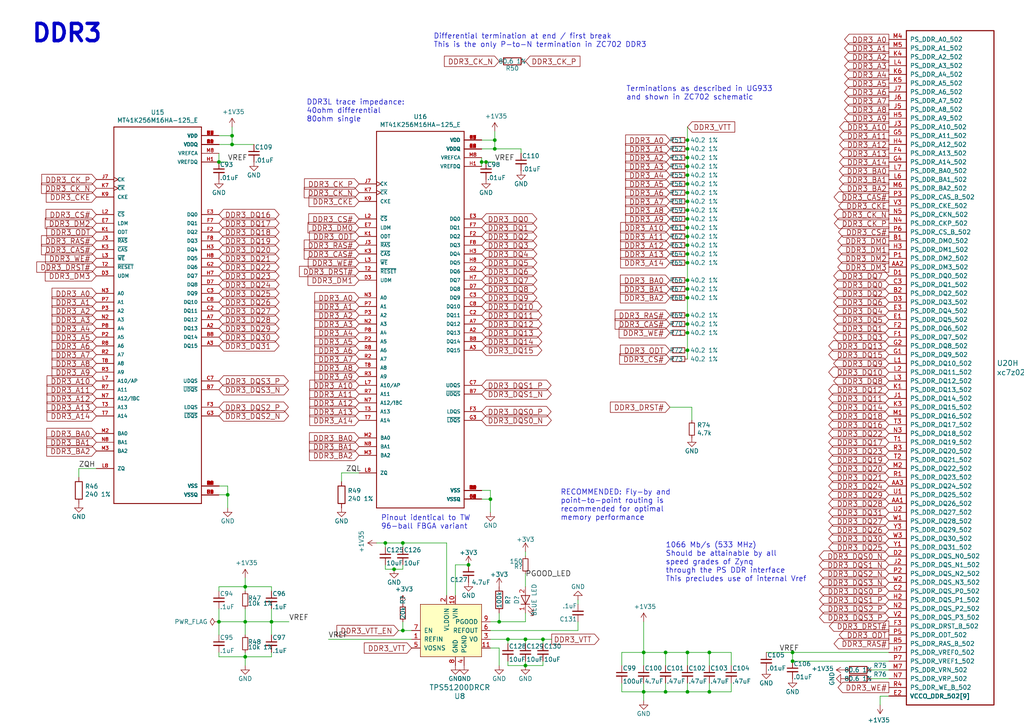
<source format=kicad_sch>
(kicad_sch (version 20230121) (generator eeschema)
  (paper "A4")
  (junction (at 199.39 58.42))
  (junction (at 144.78 180.34))
  (junction (at 199.39 200.66))
  (junction (at 205.74 200.66))
  (junction (at 199.39 63.5))
  (junction (at 199.39 83.82))
  (junction (at 199.39 43.18))
  (junction (at 199.39 93.98))
  (junction (at 199.39 55.88))
  (junction (at 199.39 48.26))
  (junction (at 116.84 182.88))
  (junction (at 66.04 143.51))
  (junction (at 114.3 165.1))
  (junction (at 157.48 185.42))
  (junction (at 116.84 157.48))
  (junction (at 193.04 200.66))
  (junction (at 199.39 91.44))
  (junction (at 63.5 46.99))
  (junction (at 199.39 101.6))
  (junction (at 152.4 193.04))
  (junction (at 67.31 39.37))
  (junction (at 186.69 200.66))
  (junction (at 63.5 180.34))
  (junction (at 199.39 86.36))
  (junction (at 199.39 53.34))
  (junction (at 139.7 46.99))
  (junction (at 199.39 68.58))
  (junction (at 147.32 185.42))
  (junction (at 199.39 73.66))
  (junction (at 199.39 66.04))
  (junction (at 140.97 46.99))
  (junction (at 143.51 40.64))
  (junction (at 199.39 40.64))
  (junction (at 205.74 189.23))
  (junction (at 199.39 71.12))
  (junction (at 71.12 170.18))
  (junction (at 199.39 81.28))
  (junction (at 152.4 185.42))
  (junction (at 199.39 76.2))
  (junction (at 199.39 50.8))
  (junction (at 199.39 96.52))
  (junction (at 111.76 157.48))
  (junction (at 78.74 180.34))
  (junction (at 199.39 189.23))
  (junction (at 135.89 163.83))
  (junction (at 186.69 189.23))
  (junction (at 199.39 60.96))
  (junction (at 229.87 189.23))
  (junction (at 199.39 45.72))
  (junction (at 142.24 144.78))
  (junction (at 229.87 191.77))
  (junction (at 71.12 190.5))
  (junction (at 193.04 189.23))
  (junction (at 143.51 43.18))
  (junction (at 67.31 41.91))
  (junction (at 71.12 180.34))
  (wire (pts (xy 71.12 170.18) (xy 71.12 171.45)))
  (wire (pts (xy 109.22 157.48) (xy 111.76 157.48)))
  (wire (pts (xy 252.73 196.85) (xy 257.81 196.85)))
  (wire (pts (xy 147.32 191.77) (xy 147.32 193.04)))
  (wire (pts (xy 151.13 43.18) (xy 151.13 44.45)))
  (wire (pts (xy 199.39 81.28) (xy 199.39 76.2)))
  (wire (pts (xy 144.78 180.34) (xy 144.78 177.8)))
  (wire (pts (xy 199.39 60.96) (xy 199.39 58.42)))
  (wire (pts (xy 186.69 180.34) (xy 186.69 189.23)))
  (wire (pts (xy 200.66 118.11) (xy 200.66 121.92)))
  (wire (pts (xy 111.76 165.1) (xy 114.3 165.1)))
  (wire (pts (xy 180.34 200.66) (xy 186.69 200.66)))
  (wire (pts (xy 143.51 38.1) (xy 143.51 40.64)))
  (wire (pts (xy 199.39 50.8) (xy 199.39 48.26)))
  (wire (pts (xy 180.34 198.12) (xy 180.34 200.66)))
  (wire (pts (xy 157.48 186.69) (xy 157.48 185.42)))
  (wire (pts (xy 63.5 190.5) (xy 71.12 190.5)))
  (wire (pts (xy 199.39 189.23) (xy 199.39 193.04)))
  (wire (pts (xy 116.84 165.1) (xy 116.84 163.83)))
  (wire (pts (xy 111.76 157.48) (xy 116.84 157.48)))
  (wire (pts (xy 180.34 193.04) (xy 180.34 189.23)))
  (wire (pts (xy 152.4 161.29) (xy 152.4 160.02)))
  (wire (pts (xy 205.74 198.12) (xy 205.74 200.66)))
  (wire (pts (xy 95.25 185.42) (xy 119.38 185.42)))
  (wire (pts (xy 142.24 180.34) (xy 144.78 180.34)))
  (wire (pts (xy 142.24 142.24) (xy 142.24 144.78)))
  (wire (pts (xy 135.89 163.83) (xy 132.08 163.83)))
  (wire (pts (xy 139.7 144.78) (xy 142.24 144.78)))
  (wire (pts (xy 257.81 194.31) (xy 252.73 194.31)))
  (wire (pts (xy 116.84 157.48) (xy 129.54 157.48)))
  (wire (pts (xy 78.74 176.53) (xy 78.74 180.34)))
  (wire (pts (xy 63.5 189.23) (xy 63.5 190.5)))
  (wire (pts (xy 199.39 48.26) (xy 199.39 45.72)))
  (wire (pts (xy 142.24 182.88) (xy 167.64 182.88)))
  (wire (pts (xy 63.5 170.18) (xy 71.12 170.18)))
  (wire (pts (xy 199.39 86.36) (xy 199.39 91.44)))
  (wire (pts (xy 199.39 66.04) (xy 199.39 63.5)))
  (wire (pts (xy 152.4 186.69) (xy 152.4 185.42)))
  (wire (pts (xy 157.48 185.42) (xy 160.02 185.42)))
  (wire (pts (xy 139.7 45.72) (xy 139.7 46.99)))
  (wire (pts (xy 152.4 193.04) (xy 157.48 193.04)))
  (wire (pts (xy 132.08 163.83) (xy 132.08 172.72)))
  (wire (pts (xy 147.32 185.42) (xy 152.4 185.42)))
  (wire (pts (xy 199.39 71.12) (xy 199.39 68.58)))
  (wire (pts (xy 78.74 180.34) (xy 71.12 180.34)))
  (wire (pts (xy 63.5 171.45) (xy 63.5 170.18)))
  (wire (pts (xy 180.34 189.23) (xy 186.69 189.23)))
  (wire (pts (xy 199.39 63.5) (xy 199.39 60.96)))
  (wire (pts (xy 212.09 189.23) (xy 212.09 193.04)))
  (wire (pts (xy 71.12 180.34) (xy 63.5 180.34)))
  (wire (pts (xy 199.39 45.72) (xy 199.39 43.18)))
  (wire (pts (xy 143.51 40.64) (xy 139.7 40.64)))
  (wire (pts (xy 152.4 185.42) (xy 157.48 185.42)))
  (wire (pts (xy 152.4 166.37) (xy 152.4 170.18)))
  (wire (pts (xy 147.32 186.69) (xy 147.32 185.42)))
  (wire (pts (xy 199.39 76.2) (xy 199.39 73.66)))
  (wire (pts (xy 83.82 180.34) (xy 78.74 180.34)))
  (wire (pts (xy 22.86 135.89) (xy 22.86 138.43)))
  (wire (pts (xy 199.39 36.83) (xy 199.39 40.64)))
  (wire (pts (xy 167.64 173.99) (xy 167.64 175.26)))
  (wire (pts (xy 67.31 36.83) (xy 67.31 39.37)))
  (wire (pts (xy 199.39 86.36) (xy 199.39 83.82)))
  (wire (pts (xy 116.84 158.75) (xy 116.84 157.48)))
  (wire (pts (xy 199.39 93.98) (xy 199.39 96.52)))
  (wire (pts (xy 199.39 189.23) (xy 205.74 189.23)))
  (wire (pts (xy 63.5 46.99) (xy 66.04 46.99)))
  (wire (pts (xy 67.31 41.91) (xy 67.31 39.37)))
  (wire (pts (xy 212.09 200.66) (xy 212.09 198.12)))
  (wire (pts (xy 71.12 176.53) (xy 71.12 180.34)))
  (wire (pts (xy 193.04 189.23) (xy 199.39 189.23)))
  (wire (pts (xy 194.31 118.11) (xy 200.66 118.11)))
  (wire (pts (xy 193.04 189.23) (xy 193.04 193.04)))
  (wire (pts (xy 71.12 180.34) (xy 71.12 184.15)))
  (wire (pts (xy 199.39 58.42) (xy 199.39 55.88)))
  (wire (pts (xy 142.24 187.96) (xy 144.78 187.96)))
  (wire (pts (xy 142.24 185.42) (xy 147.32 185.42)))
  (wire (pts (xy 78.74 170.18) (xy 78.74 171.45)))
  (wire (pts (xy 63.5 41.91) (xy 67.31 41.91)))
  (wire (pts (xy 67.31 39.37) (xy 63.5 39.37)))
  (wire (pts (xy 71.12 190.5) (xy 71.12 193.04)))
  (wire (pts (xy 199.39 73.66) (xy 199.39 71.12)))
  (wire (pts (xy 199.39 198.12) (xy 199.39 200.66)))
  (wire (pts (xy 119.38 182.88) (xy 116.84 182.88)))
  (wire (pts (xy 199.39 55.88) (xy 199.39 53.34)))
  (wire (pts (xy 63.5 180.34) (xy 63.5 184.15)))
  (wire (pts (xy 229.87 189.23) (xy 257.81 189.23)))
  (wire (pts (xy 63.5 176.53) (xy 63.5 180.34)))
  (wire (pts (xy 205.74 189.23) (xy 212.09 189.23)))
  (wire (pts (xy 205.74 200.66) (xy 212.09 200.66)))
  (wire (pts (xy 71.12 170.18) (xy 78.74 170.18)))
  (wire (pts (xy 71.12 190.5) (xy 78.74 190.5)))
  (wire (pts (xy 143.51 43.18) (xy 151.13 43.18)))
  (wire (pts (xy 139.7 43.18) (xy 143.51 43.18)))
  (wire (pts (xy 73.66 41.91) (xy 67.31 41.91)))
  (wire (pts (xy 71.12 167.64) (xy 71.12 170.18)))
  (wire (pts (xy 111.76 163.83) (xy 111.76 165.1)))
  (wire (pts (xy 63.5 44.45) (xy 63.5 46.99)))
  (wire (pts (xy 205.74 189.23) (xy 205.74 193.04)))
  (wire (pts (xy 167.64 180.34) (xy 167.64 182.88)))
  (wire (pts (xy 116.84 180.34) (xy 116.84 182.88)))
  (wire (pts (xy 152.4 177.8) (xy 152.4 180.34)))
  (wire (pts (xy 63.5 140.97) (xy 66.04 140.97)))
  (wire (pts (xy 104.14 137.16) (xy 99.06 137.16)))
  (wire (pts (xy 63.5 143.51) (xy 66.04 143.51)))
  (wire (pts (xy 229.87 191.77) (xy 257.81 191.77)))
  (wire (pts (xy 78.74 190.5) (xy 78.74 189.23)))
  (wire (pts (xy 186.69 198.12) (xy 186.69 200.66)))
  (wire (pts (xy 152.4 191.77) (xy 152.4 193.04)))
  (wire (pts (xy 71.12 189.23) (xy 71.12 190.5)))
  (wire (pts (xy 186.69 200.66) (xy 186.69 203.2)))
  (wire (pts (xy 157.48 193.04) (xy 157.48 191.77)))
  (wire (pts (xy 129.54 157.48) (xy 129.54 172.72)))
  (wire (pts (xy 143.51 43.18) (xy 143.51 40.64)))
  (wire (pts (xy 186.69 189.23) (xy 193.04 189.23)))
  (wire (pts (xy 199.39 200.66) (xy 205.74 200.66)))
  (wire (pts (xy 199.39 96.52) (xy 199.39 101.6)))
  (wire (pts (xy 140.97 46.99) (xy 143.51 46.99)))
  (wire (pts (xy 229.87 189.23) (xy 229.87 191.77)))
  (wire (pts (xy 199.39 53.34) (xy 199.39 50.8)))
  (wire (pts (xy 139.7 48.26) (xy 139.7 46.99)))
  (wire (pts (xy 116.84 182.88) (xy 115.57 182.88)))
  (wire (pts (xy 139.7 46.99) (xy 140.97 46.99)))
  (wire (pts (xy 257.81 201.93) (xy 255.27 201.93)))
  (wire (pts (xy 193.04 198.12) (xy 193.04 200.66)))
  (wire (pts (xy 193.04 200.66) (xy 199.39 200.66)))
  (wire (pts (xy 199.39 83.82) (xy 199.39 81.28)))
  (wire (pts (xy 186.69 189.23) (xy 186.69 193.04)))
  (wire (pts (xy 99.06 137.16) (xy 99.06 139.7)))
  (wire (pts (xy 199.39 101.6) (xy 199.39 104.14)))
  (wire (pts (xy 111.76 158.75) (xy 111.76 157.48)))
  (wire (pts (xy 186.69 200.66) (xy 193.04 200.66)))
  (wire (pts (xy 255.27 201.93) (xy 255.27 204.47)))
  (wire (pts (xy 27.94 135.89) (xy 22.86 135.89)))
  (wire (pts (xy 114.3 165.1) (xy 116.84 165.1)))
  (wire (pts (xy 78.74 180.34) (xy 78.74 184.15)))
  (wire (pts (xy 229.87 189.23) (xy 222.25 189.23)))
  (wire (pts (xy 66.04 140.97) (xy 66.04 143.51)))
  (wire (pts (xy 199.39 91.44) (xy 199.39 93.98)))
  (wire (pts (xy 66.04 143.51) (xy 66.04 147.32)))
  (wire (pts (xy 147.32 193.04) (xy 152.4 193.04)))
  (wire (pts (xy 152.4 180.34) (xy 144.78 180.34)))
  (wire (pts (xy 142.24 144.78) (xy 142.24 148.59)))
  (wire (pts (xy 199.39 68.58) (xy 199.39 66.04)))
  (wire (pts (xy 199.39 43.18) (xy 199.39 40.64)))
  (wire (pts (xy 144.78 187.96) (xy 144.78 193.04)))
  (wire (pts (xy 139.7 142.24) (xy 142.24 142.24)))
  (text "DDR3" (at 8.89 12.7 0) (effects (font (size 5.0038 5.0038) (thickness 1.0008) bold) (justify left bottom)))
  (text "Differential termination at end / first break\nThis is the only P-to-N termination in ZC702 DDR3" (at 125.73 13.97 0) (effects (font (size 1.524 1.524)) (justify left bottom)))
  (text "RECOMMENDED: Fly-by and \npoint-to-point routing is\nrecommended for optimal \nmemory performance" (at 162.56 151.13 0) (effects (font (size 1.524 1.524)) (justify left bottom)))
  (text "1066 Mb/s (533 MHz)\nShould be attainable by all \nspeed grades of Zynq\nthrough the PS DDR interface\nThis precludes use of internal Vref" (at 193.04 168.91 0) (effects (font (size 1.524 1.524)) (justify left bottom)))
  (text "Pinout identical to TW \n96-ball FBGA variant\n" (at 110.49 153.67 0) (effects (font (size 1.524 1.524)) (justify left bottom)))
  (text "Terminations as described in UG933\nand shown in ZC702 schematic" (at 181.61 29.21 0) (effects (font (size 1.524 1.524)) (justify left bottom)))
  (text "DDR3L trace impedance:\n40ohm differential\n80ohm single" (at 88.9 35.56 0) (effects (font (size 1.524 1.524)) (justify left bottom)))
  (label "VREF" (at 66.04 46.99 0) (effects (font (size 1.524 1.524))))
  (label "ZQH" (at 22.86 135.89 0) (effects (font (size 1.4986 1.4986))))
  (label "PGOOD_LED" (at 152.4 167.64 0) (effects (font (size 1.524 1.524))))
  (label "VREF" (at 226.06 189.23 0) (effects (font (size 1.524 1.524))))
  (label "VREF" (at 95.25 185.42 0) (effects (font (size 1.524 1.524))))
  (label "VREF" (at 83.82 180.34 0) (effects (font (size 1.524 1.524))))
  (label "ZQL" (at 100.33 137.16 0) (effects (font (size 1.4986 1.4986))))
  (label "VREF" (at 143.51 46.99 0) (effects (font (size 1.524 1.524))))
  (global_label "DDR3_DQ21" (shape bidirectional) (at 257.81 138.43 180) (effects (font (size 1.524 1.524))) (property "Intersheetrefs" "${INTERSHEET_REFS}" (effects hide)))
  (global_label "DDR3_CK_N" (shape input) (at 27.94 54.61 180) (effects (font (size 1.524 1.524))) (property "Intersheetrefs" "${INTERSHEET_REFS}" (effects hide)))
  (global_label "DDR3_CK_N" (shape input) (at 144.78 17.78 180) (effects (font (size 1.524 1.524))) (property "Intersheetrefs" "${INTERSHEET_REFS}" (effects hide)))
  (global_label "DDR3_DQS1_P" (shape bidirectional) (at 257.81 173.99 180) (effects (font (size 1.524 1.524))) (property "Intersheetrefs" "${INTERSHEET_REFS}" (effects hide)))
  (global_label "DDR3_DQS3_N" (shape bidirectional) (at 257.81 168.91 180) (effects (font (size 1.524 1.524))) (property "Intersheetrefs" "${INTERSHEET_REFS}" (effects hide)))
  (global_label "DDR3_DQ28" (shape bidirectional) (at 257.81 146.05 180) (effects (font (size 1.524 1.524))) (property "Intersheetrefs" "${INTERSHEET_REFS}" (effects hide)))
  (global_label "DDR3_DQ8" (shape bidirectional) (at 139.7 83.82 0) (effects (font (size 1.524 1.524))) (property "Intersheetrefs" "${INTERSHEET_REFS}" (effects hide)))
  (global_label "DDR3_A2" (shape output) (at 257.81 16.51 180) (effects (font (size 1.524 1.524))) (property "Intersheetrefs" "${INTERSHEET_REFS}" (effects hide)))
  (global_label "DDR3_DRST#" (shape output) (at 257.81 181.61 180) (effects (font (size 1.524 1.524))) (property "Intersheetrefs" "${INTERSHEET_REFS}" (effects hide)))
  (global_label "DDR3_DQ10" (shape bidirectional) (at 139.7 88.9 0) (effects (font (size 1.524 1.524))) (property "Intersheetrefs" "${INTERSHEET_REFS}" (effects hide)))
  (global_label "DDR3_DM1" (shape input) (at 104.14 81.28 180) (effects (font (size 1.524 1.524))) (property "Intersheetrefs" "${INTERSHEET_REFS}" (effects hide)))
  (global_label "DDR3_A4" (shape input) (at 194.31 50.8 180) (effects (font (size 1.524 1.524))) (property "Intersheetrefs" "${INTERSHEET_REFS}" (effects hide)))
  (global_label "DDR3_A12" (shape input) (at 104.14 116.84 180) (effects (font (size 1.524 1.524))) (property "Intersheetrefs" "${INTERSHEET_REFS}" (effects hide)))
  (global_label "DDR3_BA0" (shape input) (at 194.31 81.28 180) (effects (font (size 1.524 1.524))) (property "Intersheetrefs" "${INTERSHEET_REFS}" (effects hide)))
  (global_label "DDR3_DQ12" (shape bidirectional) (at 257.81 113.03 180) (effects (font (size 1.524 1.524))) (property "Intersheetrefs" "${INTERSHEET_REFS}" (effects hide)))
  (global_label "DDR3_A0" (shape output) (at 257.81 11.43 180) (effects (font (size 1.524 1.524))) (property "Intersheetrefs" "${INTERSHEET_REFS}" (effects hide)))
  (global_label "DDR3_DQ6" (shape bidirectional) (at 139.7 78.74 0) (effects (font (size 1.524 1.524))) (property "Intersheetrefs" "${INTERSHEET_REFS}" (effects hide)))
  (global_label "DDR3_DQ31" (shape bidirectional) (at 257.81 148.59 180) (effects (font (size 1.524 1.524))) (property "Intersheetrefs" "${INTERSHEET_REFS}" (effects hide)))
  (global_label "DDR3_A9" (shape input) (at 194.31 63.5 180) (effects (font (size 1.524 1.524))) (property "Intersheetrefs" "${INTERSHEET_REFS}" (effects hide)))
  (global_label "DDR3_A12" (shape input) (at 194.31 71.12 180) (effects (font (size 1.524 1.524))) (property "Intersheetrefs" "${INTERSHEET_REFS}" (effects hide)))
  (global_label "DDR3_DQ16" (shape bidirectional) (at 63.5 62.23 0) (effects (font (size 1.524 1.524))) (property "Intersheetrefs" "${INTERSHEET_REFS}" (effects hide)))
  (global_label "DDR3_CK_P" (shape input) (at 152.4 17.78 0) (effects (font (size 1.524 1.524))) (property "Intersheetrefs" "${INTERSHEET_REFS}" (effects hide)))
  (global_label "DDR3_A5" (shape input) (at 104.14 99.06 180) (effects (font (size 1.524 1.524))) (property "Intersheetrefs" "${INTERSHEET_REFS}" (effects hide)))
  (global_label "DDR3_BA2" (shape input) (at 104.14 132.08 180) (effects (font (size 1.524 1.524))) (property "Intersheetrefs" "${INTERSHEET_REFS}" (effects hide)))
  (global_label "DDR3_DQ1" (shape bidirectional) (at 139.7 66.04 0) (effects (font (size 1.524 1.524))) (property "Intersheetrefs" "${INTERSHEET_REFS}" (effects hide)))
  (global_label "DDR3_DQS1_P" (shape bidirectional) (at 139.7 111.76 0) (effects (font (size 1.524 1.524))) (property "Intersheetrefs" "${INTERSHEET_REFS}" (effects hide)))
  (global_label "DDR3_CS#" (shape input) (at 27.94 62.23 180) (effects (font (size 1.524 1.524))) (property "Intersheetrefs" "${INTERSHEET_REFS}" (effects hide)))
  (global_label "DDR3_A12" (shape output) (at 257.81 41.91 180) (effects (font (size 1.524 1.524))) (property "Intersheetrefs" "${INTERSHEET_REFS}" (effects hide)))
  (global_label "DDR3_CK_N" (shape output) (at 257.81 62.23 180) (effects (font (size 1.524 1.524))) (property "Intersheetrefs" "${INTERSHEET_REFS}" (effects hide)))
  (global_label "DDR3_A3" (shape input) (at 194.31 48.26 180) (effects (font (size 1.524 1.524))) (property "Intersheetrefs" "${INTERSHEET_REFS}" (effects hide)))
  (global_label "DDR3_WE#" (shape input) (at 27.94 74.93 180) (effects (font (size 1.524 1.524))) (property "Intersheetrefs" "${INTERSHEET_REFS}" (effects hide)))
  (global_label "DDR3_A12" (shape input) (at 27.94 115.57 180) (effects (font (size 1.524 1.524))) (property "Intersheetrefs" "${INTERSHEET_REFS}" (effects hide)))
  (global_label "DDR3_DQ4" (shape bidirectional) (at 257.81 90.17 180) (effects (font (size 1.524 1.524))) (property "Intersheetrefs" "${INTERSHEET_REFS}" (effects hide)))
  (global_label "DDR3_DQ3" (shape bidirectional) (at 139.7 71.12 0) (effects (font (size 1.524 1.524))) (property "Intersheetrefs" "${INTERSHEET_REFS}" (effects hide)))
  (global_label "DDR3_DQS2_P" (shape bidirectional) (at 257.81 176.53 180) (effects (font (size 1.524 1.524))) (property "Intersheetrefs" "${INTERSHEET_REFS}" (effects hide)))
  (global_label "DDR3_VTT" (shape input) (at 199.39 36.83 0) (effects (font (size 1.524 1.524))) (property "Intersheetrefs" "${INTERSHEET_REFS}" (effects hide)))
  (global_label "DDR3_A0" (shape input) (at 194.31 40.64 180) (effects (font (size 1.524 1.524))) (property "Intersheetrefs" "${INTERSHEET_REFS}" (effects hide)))
  (global_label "DDR3_ODT" (shape input) (at 104.14 68.58 180) (effects (font (size 1.524 1.524))) (property "Intersheetrefs" "${INTERSHEET_REFS}" (effects hide)))
  (global_label "DDR3_CKE" (shape output) (at 257.81 59.69 180) (effects (font (size 1.524 1.524))) (property "Intersheetrefs" "${INTERSHEET_REFS}" (effects hide)))
  (global_label "DDR3_DQ19" (shape bidirectional) (at 257.81 133.35 180) (effects (font (size 1.524 1.524))) (property "Intersheetrefs" "${INTERSHEET_REFS}" (effects hide)))
  (global_label "DDR3_DQ23" (shape bidirectional) (at 257.81 130.81 180) (effects (font (size 1.524 1.524))) (property "Intersheetrefs" "${INTERSHEET_REFS}" (effects hide)))
  (global_label "DDR3_DQ16" (shape bidirectional) (at 257.81 123.19 180) (effects (font (size 1.524 1.524))) (property "Intersheetrefs" "${INTERSHEET_REFS}" (effects hide)))
  (global_label "DDR3_CK_P" (shape output) (at 257.81 64.77 180) (effects (font (size 1.524 1.524))) (property "Intersheetrefs" "${INTERSHEET_REFS}" (effects hide)))
  (global_label "DDR3_A3" (shape input) (at 104.14 93.98 180) (effects (font (size 1.524 1.524))) (property "Intersheetrefs" "${INTERSHEET_REFS}" (effects hide)))
  (global_label "DDR3_CS#" (shape output) (at 257.81 67.31 180) (effects (font (size 1.524 1.524))) (property "Intersheetrefs" "${INTERSHEET_REFS}" (effects hide)))
  (global_label "DDR3_A8" (shape output) (at 257.81 31.75 180) (effects (font (size 1.524 1.524))) (property "Intersheetrefs" "${INTERSHEET_REFS}" (effects hide)))
  (global_label "DDR3_DM2" (shape input) (at 27.94 64.77 180) (effects (font (size 1.524 1.524))) (property "Intersheetrefs" "${INTERSHEET_REFS}" (effects hide)))
  (global_label "DDR3_RAS#" (shape input) (at 104.14 71.12 180) (effects (font (size 1.524 1.524))) (property "Intersheetrefs" "${INTERSHEET_REFS}" (effects hide)))
  (global_label "DDR3_ODT" (shape output) (at 257.81 184.15 180) (effects (font (size 1.524 1.524))) (property "Intersheetrefs" "${INTERSHEET_REFS}" (effects hide)))
  (global_label "DDR3_A9" (shape output) (at 257.81 34.29 180) (effects (font (size 1.524 1.524))) (property "Intersheetrefs" "${INTERSHEET_REFS}" (effects hide)))
  (global_label "DDR3_A11" (shape input) (at 194.31 68.58 180) (effects (font (size 1.524 1.524))) (property "Intersheetrefs" "${INTERSHEET_REFS}" (effects hide)))
  (global_label "DDR3_DM3" (shape output) (at 257.81 77.47 180) (effects (font (size 1.524 1.524))) (property "Intersheetrefs" "${INTERSHEET_REFS}" (effects hide)))
  (global_label "DDR3_DQS0_P" (shape bidirectional) (at 139.7 119.38 0) (effects (font (size 1.524 1.524))) (property "Intersheetrefs" "${INTERSHEET_REFS}" (effects hide)))
  (global_label "DDR3_DQS2_N" (shape bidirectional) (at 63.5 120.65 0) (effects (font (size 1.524 1.524))) (property "Intersheetrefs" "${INTERSHEET_REFS}" (effects hide)))
  (global_label "DDR3_A9" (shape input) (at 104.14 109.22 180) (effects (font (size 1.524 1.524))) (property "Intersheetrefs" "${INTERSHEET_REFS}" (effects hide)))
  (global_label "DDR3_WE#" (shape output) (at 257.81 199.39 180) (effects (font (size 1.524 1.524))) (property "Intersheetrefs" "${INTERSHEET_REFS}" (effects hide)))
  (global_label "DDR3_DM3" (shape input) (at 27.94 80.01 180) (effects (font (size 1.524 1.524))) (property "Intersheetrefs" "${INTERSHEET_REFS}" (effects hide)))
  (global_label "DDR3_DQS2_P" (shape bidirectional) (at 63.5 118.11 0) (effects (font (size 1.524 1.524))) (property "Intersheetrefs" "${INTERSHEET_REFS}" (effects hide)))
  (global_label "DDR3_A6" (shape output) (at 257.81 26.67 180) (effects (font (size 1.524 1.524))) (property "Intersheetrefs" "${INTERSHEET_REFS}" (effects hide)))
  (global_label "DDR3_A11" (shape input) (at 27.94 113.03 180) (effects (font (size 1.524 1.524))) (property "Intersheetrefs" "${INTERSHEET_REFS}" (effects hide)))
  (global_label "DDR3_A1" (shape input) (at 27.94 87.63 180) (effects (font (size 1.524 1.524))) (property "Intersheetrefs" "${INTERSHEET_REFS}" (effects hide)))
  (global_label "DDR3_A6" (shape input) (at 27.94 100.33 180) (effects (font (size 1.524 1.524))) (property "Intersheetrefs" "${INTERSHEET_REFS}" (effects hide)))
  (global_label "DDR3_A2" (shape input) (at 27.94 90.17 180) (effects (font (size 1.524 1.524))) (property "Intersheetrefs" "${INTERSHEET_REFS}" (effects hide)))
  (global_label "DDR3_A10" (shape output) (at 257.81 36.83 180) (effects (font (size 1.524 1.524))) (property "Intersheetrefs" "${INTERSHEET_REFS}" (effects hide)))
  (global_label "DDR3_A8" (shape input) (at 194.31 60.96 180) (effects (font (size 1.524 1.524))) (property "Intersheetrefs" "${INTERSHEET_REFS}" (effects hide)))
  (global_label "DDR3_BA1" (shape output) (at 257.81 52.07 180) (effects (font (size 1.524 1.524))) (property "Intersheetrefs" "${INTERSHEET_REFS}" (effects hide)))
  (global_label "DDR3_A5" (shape output) (at 257.81 24.13 180) (effects (font (size 1.524 1.524))) (property "Intersheetrefs" "${INTERSHEET_REFS}" (effects hide)))
  (global_label "DDR3_A14" (shape input) (at 194.31 76.2 180) (effects (font (size 1.524 1.524))) (property "Intersheetrefs" "${INTERSHEET_REFS}" (effects hide)))
  (global_label "DDR3_DQS0_N" (shape bidirectional) (at 257.81 161.29 180) (effects (font (size 1.524 1.524))) (property "Intersheetrefs" "${INTERSHEET_REFS}" (effects hide)))
  (global_label "DDR3_DQ8" (shape bidirectional) (at 257.81 110.49 180) (effects (font (size 1.524 1.524))) (property "Intersheetrefs" "${INTERSHEET_REFS}" (effects hide)))
  (global_label "DDR3_DQS3_P" (shape bidirectional) (at 257.81 179.07 180) (effects (font (size 1.524 1.524))) (property "Intersheetrefs" "${INTERSHEET_REFS}" (effects hide)))
  (global_label "DDR3_DQ11" (shape bidirectional) (at 257.81 115.57 180) (effects (font (size 1.524 1.524))) (property "Intersheetrefs" "${INTERSHEET_REFS}" (effects hide)))
  (global_label "DDR3_DQ13" (shape bidirectional) (at 139.7 96.52 0) (effects (font (size 1.524 1.524))) (property "Intersheetrefs" "${INTERSHEET_REFS}" (effects hide)))
  (global_label "DDR3_DQ11" (shape bidirectional) (at 139.7 91.44 0) (effects (font (size 1.524 1.524))) (property "Intersheetrefs" "${INTERSHEET_REFS}" (effects hide)))
  (global_label "DDR3_BA0" (shape output) (at 257.81 49.53 180) (effects (font (size 1.524 1.524))) (property "Intersheetrefs" "${INTERSHEET_REFS}" (effects hide)))
  (global_label "DDR3_DQ5" (shape bidirectional) (at 139.7 76.2 0) (effects (font (size 1.524 1.524))) (property "Intersheetrefs" "${INTERSHEET_REFS}" (effects hide)))
  (global_label "DDR3_A4" (shape output) (at 257.81 21.59 180) (effects (font (size 1.524 1.524))) (property "Intersheetrefs" "${INTERSHEET_REFS}" (effects hide)))
  (global_label "DDR3_CS#" (shape input) (at 194.31 104.14 180) (effects (font (size 1.524 1.524))) (property "Intersheetrefs" "${INTERSHEET_REFS}" (effects hide)))
  (global_label "DDR3_RAS#" (shape output) (at 257.81 186.69 180) (effects (font (size 1.524 1.524))) (property "Intersheetrefs" "${INTERSHEET_REFS}" (effects hide)))
  (global_label "DDR3_A5" (shape input) (at 27.94 97.79 180) (effects (font (size 1.524 1.524))) (property "Intersheetrefs" "${INTERSHEET_REFS}" (effects hide)))
  (global_label "DDR3_DQ14" (shape bidirectional) (at 139.7 99.06 0) (effects (font (size 1.524 1.524))) (property "Intersheetrefs" "${INTERSHEET_REFS}" (effects hide)))
  (global_label "DDR3_A14" (shape output) (at 257.81 46.99 180) (effects (font (size 1.524 1.524))) (property "Intersheetrefs" "${INTERSHEET_REFS}" (effects hide)))
  (global_label "DDR3_CK_P" (shape input) (at 27.94 52.07 180) (effects (font (size 1.524 1.524))) (property "Intersheetrefs" "${INTERSHEET_REFS}" (effects hide)))
  (global_label "DDR3_DM0" (shape output) (at 257.81 69.85 180) (effects (font (size 1.524 1.524))) (property "Intersheetrefs" "${INTERSHEET_REFS}" (effects hide)))
  (global_label "DDR3_DQS2_N" (shape bidirectional) (at 257.81 166.37 180) (effects (font (size 1.524 1.524))) (property "Intersheetrefs" "${INTERSHEET_REFS}" (effects hide)))
  (global_label "DDR3_A13" (shape input) (at 194.31 73.66 180) (effects (font (size 1.524 1.524))) (property "Intersheetrefs" "${INTERSHEET_REFS}" (effects hide)))
  (global_label "DDR3_A6" (shape input) (at 104.14 101.6 180) (effects (font (size 1.524 1.524))) (property "Intersheetrefs" "${INTERSHEET_REFS}" (effects hide)))
  (global_label "DDR3_CKE" (shape input) (at 27.94 57.15 180) (effects (font (size 1.524 1.524))) (property "Intersheetrefs" "${INTERSHEET_REFS}" (effects hide)))
  (global_label "DDR3_DQ0" (shape bidirectional) (at 139.7 63.5 0) (effects (font (size 1.524 1.524))) (property "Intersheetrefs" "${INTERSHEET_REFS}" (effects hide)))
  (global_label "DDR3_DQ22" (shape bidirectional) (at 63.5 77.47 0) (effects (font (size 1.524 1.524))) (property "Intersheetrefs" "${INTERSHEET_REFS}" (effects hide)))
  (global_label "DDR3_DQ23" (shape bidirectional) (at 63.5 80.01 0) (effects (font (size 1.524 1.524))) (property "Intersheetrefs" "${INTERSHEET_REFS}" (effects hide)))
  (global_label "DDR3_DQ9" (shape bidirectional) (at 257.81 105.41 180) (effects (font (size 1.524 1.524))) (property "Intersheetrefs" "${INTERSHEET_REFS}" (effects hide)))
  (global_label "DDR3_A8" (shape input) (at 27.94 105.41 180) (effects (font (size 1.524 1.524))) (property "Intersheetrefs" "${INTERSHEET_REFS}" (effects hide)))
  (global_label "DDR3_A3" (shape output) (at 257.81 19.05 180) (effects (font (size 1.524 1.524))) (property "Intersheetrefs" "${INTERSHEET_REFS}" (effects hide)))
  (global_label "DDR3_DQ20" (shape bidirectional) (at 63.5 72.39 0) (effects (font (size 1.524 1.524))) (property "Intersheetrefs" "${INTERSHEET_REFS}" (effects hide)))
  (global_label "DDR3_BA0" (shape input) (at 27.94 125.73 180) (effects (font (size 1.524 1.524))) (property "Intersheetrefs" "${INTERSHEET_REFS}" (effects hide)))
  (global_label "DDR3_A1" (shape input) (at 194.31 43.18 180) (effects (font (size 1.524 1.524))) (property "Intersheetrefs" "${INTERSHEET_REFS}" (effects hide)))
  (global_label "DDR3_A13" (shape output) (at 257.81 44.45 180) (effects (font (size 1.524 1.524))) (property "Intersheetrefs" "${INTERSHEET_REFS}" (effects hide)))
  (global_label "DDR3_RAS#" (shape input) (at 194.31 91.44 180) (effects (font (size 1.524 1.524))) (property "Intersheetrefs" "${INTERSHEET_REFS}" (effects hide)))
  (global_label "DDR3_DQ17" (shape bidirectional) (at 63.5 64.77 0) (effects (font (size 1.524 1.524))) (property "Intersheetrefs" "${INTERSHEET_REFS}" (effects hide)))
  (global_label "DDR3_DQ24" (shape bidirectional) (at 63.5 82.55 0) (effects (font (size 1.524 1.524))) (property "Intersheetrefs" "${INTERSHEET_REFS}" (effects hide)))
  (global_label "DDR3_DQS0_P" (shape bidirectional) (at 257.81 171.45 180) (effects (font (size 1.524 1.524))) (property "Intersheetrefs" "${INTERSHEET_REFS}" (effects hide)))
  (global_label "DDR3_CAS#" (shape output) (at 257.81 57.15 180) (effects (font (size 1.524 1.524))) (property "Intersheetrefs" "${INTERSHEET_REFS}" (effects hide)))
  (global_label "DDR3_A10" (shape input) (at 27.94 110.49 180) (effects (font (size 1.524 1.524))) (property "Intersheetrefs" "${INTERSHEET_REFS}" (effects hide)))
  (global_label "DDR3_A6" (shape input) (at 194.31 55.88 180) (effects (font (size 1.524 1.524))) (property "Intersheetrefs" "${INTERSHEET_REFS}" (effects hide)))
  (global_label "DDR3_VTT_EN" (shape input) (at 115.57 182.88 180) (effects (font (size 1.524 1.524))) (property "Intersheetrefs" "${INTERSHEET_REFS}" (effects hide)))
  (global_label "DDR3_DQ26" (shape bidirectional) (at 257.81 153.67 180) (effects (font (size 1.524 1.524))) (property "Intersheetrefs" "${INTERSHEET_REFS}" (effects hide)))
  (global_label "DDR3_A4" (shape input) (at 27.94 95.25 180) (effects (font (size 1.524 1.524))) (property "Intersheetrefs" "${INTERSHEET_REFS}" (effects hide)))
  (global_label "DDR3_A7" (shape input) (at 27.94 102.87 180) (effects (font (size 1.524 1.524))) (property "Intersheetrefs" "${INTERSHEET_REFS}" (effects hide)))
  (global_label "DDR3_DQ19" (shape bidirectional) (at 63.5 69.85 0) (effects (font (size 1.524 1.524))) (property "Intersheetrefs" "${INTERSHEET_REFS}" (effects hide)))
  (global_label "DDR3_DM1" (shape output) (at 257.81 72.39 180) (effects (font (size 1.524 1.524))) (property "Intersheetrefs" "${INTERSHEET_REFS}" (effects hide)))
  (global_label "DDR3_DQ27" (shape bidirectional) (at 257.81 151.13 180) (effects (font (size 1.524 1.524))) (property "Intersheetrefs" "${INTERSHEET_REFS}" (effects hide)))
  (global_label "DDR3_CAS#" (shape input) (at 104.14 73.66 180) (effects (font (size 1.524 1.524))) (property "Intersheetrefs" "${INTERSHEET_REFS}" (effects hide)))
  (global_label "DDR3_WE#" (shape input) (at 194.31 96.52 180) (effects (font (size 1.524 1.524))) (property "Intersheetrefs" "${INTERSHEET_REFS}" (effects hide)))
  (global_label "DDR3_BA0" (shape input) (at 104.14 127 180) (effects (font (size 1.524 1.524))) (property "Intersheetrefs" "${INTERSHEET_REFS}" (effects hide)))
  (global_label "DDR3_DQS1_N" (shape bidirectional) (at 257.81 163.83 180) (effects (font (size 1.524 1.524))) (property "Intersheetrefs" "${INTERSHEET_REFS}" (effects hide)))
  (global_label "DDR3_BA2" (shape input) (at 194.31 86.36 180) (effects (font (size 1.524 1.524))) (property "Intersheetrefs" "${INTERSHEET_REFS}" (effects hide)))
  (global_label "DDR3_DRST#" (shape input) (at 104.14 78.74 180) (effects (font (size 1.524 1.524))) (property "Intersheetrefs" "${INTERSHEET_REFS}" (effects hide)))
  (global_label "DDR3_A11" (shape output) (at 257.81 39.37 180) (effects (font (size 1.524 1.524))) (property "Intersheetrefs" "${INTERSHEET_REFS}" (effects hide)))
  (global_label "DDR3_ODT" (shape input) (at 27.94 67.31 180) (effects (font (size 1.524 1.524))) (property "Intersheetrefs" "${INTERSHEET_REFS}" (effects hide)))
  (global_label "DDR3_DQ29" (shape bidirectional) (at 63.5 95.25 0) (effects (font (size 1.524 1.524))) (property "Intersheetrefs" "${INTERSHEET_REFS}" (effects hide)))
  (global_label "DDR3_DQ18" (shape bidirectional) (at 257.81 120.65 180) (effects (font (size 1.524 1.524))) (property "Intersheetrefs" "${INTERSHEET_REFS}" (effects hide)))
  (global_label "DDR3_DQ13" (shape bidirectional) (at 257.81 100.33 180) (effects (font (size 1.524 1.524))) (property "Intersheetrefs" "${INTERSHEET_REFS}" (effects hide)))
  (global_label "DDR3_DQS1_N" (shape bidirectional) (at 139.7 114.3 0) (effects (font (size 1.524 1.524))) (property "Intersheetrefs" "${INTERSHEET_REFS}" (effects hide)))
  (global_label "DDR3_BA1" (shape input) (at 194.31 83.82 180) (effects (font (size 1.524 1.524))) (property "Intersheetrefs" "${INTERSHEET_REFS}" (effects hide)))
  (global_label "DDR3_DQ1" (shape bidirectional) (at 257.81 95.25 180) (effects (font (size 1.524 1.524))) (property "Intersheetrefs" "${INTERSHEET_REFS}" (effects hide)))
  (global_label "DDR3_DQ15" (shape bidirectional) (at 257.81 102.87 180) (effects (font (size 1.524 1.524))) (property "Intersheetrefs" "${INTERSHEET_REFS}" (effects hide)))
  (global_label "DDR3_DQ30" (shape bidirectional) (at 257.81 156.21 180) (effects (font (size 1.524 1.524))) (property "Intersheetrefs" "${INTERSHEET_REFS}" (effects hide)))
  (global_label "DDR3_DQ5" (shape bidirectional) (at 257.81 92.71 180) (effects (font (size 1.524 1.524))) (property "Intersheetrefs" "${INTERSHEET_REFS}" (effects hide)))
  (global_label "DDR3_A14" (shape input) (at 27.94 120.65 180) (effects (font (size 1.524 1.524))) (property "Intersheetrefs" "${INTERSHEET_REFS}" (effects hide)))
  (global_label "DDR3_ODT" (shape input) (at 194.31 101.6 180) (effects (font (size 1.524 1.524))) (property "Intersheetrefs" "${INTERSHEET_REFS}" (effects hide)))
  (global_label "DDR3_DQ0" (shape bidirectional) (at 257.81 82.55 180) (effects (font (size 1.524 1.524))) (property "Intersheetrefs" "${INTERSHEET_REFS}" (effects hide)))
  (global_label "DDR3_CKE" (shape input) (at 104.14 58.42 180) (effects (font (size 1.524 1.524))) (property "Intersheetrefs" "${INTERSHEET_REFS}" (effects hide)))
  (global_label "DDR3_DQ18" (shape bidirectional) (at 63.5 67.31 0) (effects (font (size 1.524 1.524))) (property "Intersheetrefs" "${INTERSHEET_REFS}" (effects hide)))
  (global_label "DDR3_DQ9" (shape bidirectional) (at 139.7 86.36 0) (effects (font (size 1.524 1.524))) (property "Intersheetrefs" "${INTERSHEET_REFS}" (effects hide)))
  (global_label "DDR3_DQS0_N" (shape bidirectional) (at 139.7 121.92 0) (effects (font (size 1.524 1.524))) (property "Intersheetrefs" "${INTERSHEET_REFS}" (effects hide)))
  (global_label "DDR3_A0" (shape input) (at 27.94 85.09 180) (effects (font (size 1.524 1.524))) (property "Intersheetrefs" "${INTERSHEET_REFS}" (effects hide)))
  (global_label "DDR3_DQ25" (shape bidirectional) (at 63.5 85.09 0) (effects (font (size 1.524 1.524))) (property "Intersheetrefs" "${INTERSHEET_REFS}" (effects hide)))
  (global_label "DDR3_CS#" (shape input) (at 104.14 63.5 180) (effects (font (size 1.524 1.524))) (property "Intersheetrefs" "${INTERSHEET_REFS}" (effects hide)))
  (global_label "DDR3_CAS#" (shape input) (at 194.31 93.98 180) (effects (font (size 1.524 1.524))) (property "Intersheetrefs" "${INTERSHEET_REFS}" (effects hide)))
  (global_label "DDR3_A4" (shape input) (at 104.14 96.52 180) (effects (font (size 1.524 1.524))) (property "Intersheetrefs" "${INTERSHEET_REFS}" (effects hide)))
  (global_label "DDR3_A11" (shape input) (at 104.14 114.3 180) (effects (font (size 1.524 1.524))) (property "Intersheetrefs" "${INTERSHEET_REFS}" (effects hide)))
  (global_label "DDR3_DQ10" (shape bidirectional) (at 257.81 107.95 180) (effects (font (size 1.524 1.524))) (property "Intersheetrefs" "${INTERSHEET_REFS}" (effects hide)))
  (global_label "DDR3_DQ31" (shape bidirectional) (at 63.5 100.33 0) (effects (font (size 1.524 1.524))) (property "Intersheetrefs" "${INTERSHEET_REFS}" (effects hide)))
  (global_label "DDR3_A14" (shape input) (at 104.14 121.92 180) (effects (font (size 1.524 1.524))) (property "Intersheetrefs" "${INTERSHEET_REFS}" (effects hide)))
  (global_label "DDR3_DQ27" (shape bidirectional) (at 63.5 90.17 0) (effects (font (size 1.524 1.524))) (property "Intersheetrefs" "${INTERSHEET_REFS}" (effects hide)))
  (global_label "DDR3_A7" (shape output) (at 257.81 29.21 180) (effects (font (size 1.524 1.524))) (property "Intersheetrefs" "${INTERSHEET_REFS}" (effects hide)))
  (global_label "DDR3_A1" (shape output) (at 257.81 13.97 180) (effects (font (size 1.524 1.524))) (property "Intersheetrefs" "${INTERSHEET_REFS}" (effects hide)))
  (global_label "DDR3_DM2" (shape output) (at 257.81 74.93 180) (effects (font (size 1.524 1.524))) (property "Intersheetrefs" "${INTERSHEET_REFS}" (effects hide)))
  (global_label "DDR3_DQ6" (shape bidirectional) (at 257.81 87.63 180) (effects (font (size 1.524 1.524))) (property "Intersheetrefs" "${INTERSHEET_REFS}" (effects hide)))
  (global_label "DDR3_RAS#" (shape input) (at 27.94 69.85 180) (effects (font (size 1.524 1.524))) (property "Intersheetrefs" "${INTERSHEET_REFS}" (effects hide)))
  (global_label "DDR3_BA2" (shape input) (at 27.94 130.81 180) (effects (font (size 1.524 1.524))) (property "Intersheetrefs" "${INTERSHEET_REFS}" (effects hide)))
  (global_label "DDR3_A2" (shape input) (at 194.31 45.72 180) (effects (font (size 1.524 1.524))) (property "Intersheetrefs" "${INTERSHEET_REFS}" (effects hide)))
  (global_label "DDR3_A2" (shape input) (at 104.14 91.44 180) (effects (font (size 1.524 1.524))) (property "Intersheetrefs" "${INTERSHEET_REFS}" (effects hide)))
  (global_label "DDR3_A10" (shape input) (at 194.31 66.04 180) (effects (font (size 1.524 1.524))) (property "Intersheetrefs" "${INTERSHEET_REFS}" (effects hide)))
  (global_label "DDR3_DQ2" (shape bidirectional) (at 139.7 68.58 0) (effects (font (size 1.524 1.524))) (property "Intersheetrefs" "${INTERSHEET_REFS}" (effects hide)))
  (global_label "DDR3_A8" (shape input) (at 104.14 106.68 180) (effects (font (size 1.524 1.524))) (property "Intersheetrefs" "${INTERSHEET_REFS}" (effects hide)))
  (global_label "DDR3_A13" (shape input) (at 104.14 119.38 180) (effects (font (size 1.524 1.524))) (property "Intersheetrefs" "${INTERSHEET_REFS}" (effects hide)))
  (global_label "DDR3_A9" (shape input) (at 27.94 107.95 180) (effects (font (size 1.524 1.524))) (property "Intersheetrefs" "${INTERSHEET_REFS}" (effects hide)))
  (global_label "DDR3_A7" (shape input) (at 194.31 58.42 180) (effects (font (size 1.524 1.524))) (property "Intersheetrefs" "${INTERSHEET_REFS}" (effects hide)))
  (global_label "DDR3_VTT" (shape output) (at 160.02 185.42 0) (effects (font (size 1.524 1.524))) (property "Intersheetrefs" "${INTERSHEET_REFS}" (effects hide)))
  (global_label "DDR3_DQ22" (shape bidirectional) (at 257.81 125.73 180) (effects (font (size 1.524 1.524))) (property "Intersheetrefs" "${INTERSHEET_REFS}" (effects hide)))
  (global_label "DDR3_DQ12" (shape bidirectional) (at 139.7 93.98 0) (effects (font (size 1.524 1.524))) (property "Intersheetrefs" "${INTERSHEET_REFS}" (effects hide)))
  (global_label "DDR3_DQ30" (shape bidirectional) (at 63.5 97.79 0) (effects (font (size 1.524 1.524))) (property "Intersheetrefs" "${INTERSHEET_REFS}" (effects hide)))
  (global_label "DDR3_DQ14" (shape bidirectional) (at 257.81 118.11 180) (effects (font (size 1.524 1.524))) (property "Intersheetrefs" "${INTERSHEET_REFS}" (effects hide)))
  (global_label "DDR3_DQS3_N" (shape bidirectional) (at 63.5 113.03 0) (effects (font (size 1.524 1.524))) (property "Intersheetrefs" "${INTERSHEET_REFS}" (effects hide)))
  (global_label "DDR3_DQS3_P" (shape bidirectional) (at 63.5 110.49 0) (effects (font (size 1.524 1.524))) (property "Intersheetrefs" "${INTERSHEET_REFS}" (effects hide)))
  (global_label "DDR3_DQ29" (shape bidirectional) (at 257.81 143.51 180) (effects (font (size 1.524 1.524))) (property "Intersheetrefs" "${INTERSHEET_REFS}" (effects hide)))
  (global_label "DDR3_DRST#" (shape input) (at 27.94 77.47 180) (effects (font (size 1.524 1.524))) (property "Intersheetrefs" "${INTERSHEET_REFS}" (effects hide)))
  (global_label "DDR3_VTT" (shape input) (at 119.38 187.96 180) (effects (font (size 1.524 1.524))) (property "Intersheetrefs" "${INTERSHEET_REFS}" (effects hide)))
  (global_label "DDR3_BA1" (shape input) (at 104.14 129.54 180) (effects (font (size 1.524 1.524))) (property "Intersheetrefs" "${INTERSHEET_REFS}" (effects hide)))
  (global_label "DDR3_CK_N" (shape input) (at 104.14 55.88 180) (effects (font (size 1.524 1.524))) (property "Intersheetrefs" "${INTERSHEET_REFS}" (effects hide)))
  (global_label "DDR3_BA2" (shape output) (at 257.81 54.61 180) (effects (font (size 1.524 1.524))) (property "Intersheetrefs" "${INTERSHEET_REFS}" (effects hide)))
  (global_label "DDR3_DQ24" (shape bidirectional) (at 257.81 140.97 180) (effects (font (size 1.524 1.524))) (property "Intersheetrefs" "${INTERSHEET_REFS}" (effects hide)))
  (global_label "DDR3_DQ25" (shape bidirectional) (at 257.81 158.75 180) (effects (font (size 1.524 1.524))) (property "Intersheetrefs" "${INTERSHEET_REFS}" (effects hide)))
  (global_label "DDR3_WE#" (shape input) (at 104.14 76.2 180) (effects (font (size 1.524 1.524))) (property "Intersheetrefs" "${INTERSHEET_REFS}" (effects hide)))
  (global_label "DDR3_A3" (shape input) (at 27.94 92.71 180) (effects (font (size 1.524 1.524))) (property "Intersheetrefs" "${INTERSHEET_REFS}" (effects hide)))
  (global_label "DDR3_A13" (shape input) (at 27.94 118.11 180) (effects (font (size 1.524 1.524))) (property "Intersheetrefs" "${INTERSHEET_REFS}" (effects hide)))
  (global_label "DDR3_CK_P" (shape input) (at 104.14 53.34 180) (effects (font (size 1.524 1.524))) (property "Intersheetrefs" "${INTERSHEET_REFS}" (effects hide)))
  (global_label "DDR3_DQ17" (shape bidirectional) (at 257.81 128.27 180) (effects (font (size 1.524 1.524))) (property "Intersheetrefs" "${INTERSHEET_REFS}" (effects hide)))
  (global_label "DDR3_DQ2" (shape bidirectional) (at 257.81 85.09 180) (effects (font (size 1.524 1.524))) (property "Intersheetrefs" "${INTERSHEET_REFS}" (effects hide)))
  (global_label "DDR3_BA1" (shape input) (at 27.94 128.27 180) (effects (font (size 1.524 1.524))) (property "Intersheetrefs" "${INTERSHEET_REFS}" (effects hide)))
  (global_label "DDR3_A5" (shape input) (at 194.31 53.34 180) (effects (font (size 1.524 1.524))) (property "Intersheetrefs" "${INTERSHEET_REFS}" (effects hide)))
  (global_label "DDR3_DQ7" (shape bidirectional) (at 139.7 81.28 0) (effects (font (size 1.524 1.524))) (property "Intersheetrefs" "${INTERSHEET_REFS}" (effects hide)))
  (global_label "DDR3_DQ20" (shape bidirectional) (at 257.81 135.89 180) (effects (font (size 1.524 1.524))) (property "Intersheetrefs" "${INTERSHEET_REFS}" (effects hide)))
  (global_label "DDR3_CAS#" (shape input) (at 27.94 72.39 180) (effects (font (size 1.524 1.524))) (property "Intersheetrefs" "${INTERSHEET_REFS}" (effects hide)))
  (global_label "DDR3_DQ3" (shape bidirectional) (at 257.81 97.79 180) (effects (font (size 1.524 1.524))) (property "Intersheetrefs" "${INTERSHEET_REFS}" (effects hide)))
  (global_label "DDR3_A10" (shape input) (at 104.14 111.76 180) (effects (font (size 1.524 1.524))) (property "Intersheetrefs" "${INTERSHEET_REFS}" (effects hide)))
  (global_label "DDR3_A0" (shape input) (at 104.14 86.36 180) (effects (font (size 1.524 1.524))) (property "Intersheetrefs" "${INTERSHEET_REFS}" (effects hide)))
  (global_label "DDR3_DM0" (shape input) (at 104.14 66.04 180) (effects (font (size 1.524 1.524))) (property "Intersheetrefs" "${INTERSHEET_REFS}" (effects hide)))
  (global_label "DDR3_DRST#" (shape input) (at 194.31 118.11 180) (effects (font (size 1.524 1.524))) (property "Intersheetrefs" "${INTERSHEET_REFS}" (effects hide)))
  (global_label "DDR3_A7" (shape input) (at 104.14 104.14 180) (effects (font (size 1.524 1.524))) (property "Intersheetrefs" "${INTERSHEET_REFS}" (effects hide)))
  (global_label "DDR3_DQ28" (shape bidirectional) (at 63.5 92.71 0) (effects (font (size 1.524 1.524))) (property "Intersheetrefs" "${INTERSHEET_REFS}" (effects hide)))
  (global_label "DDR3_DQ26" (shape bidirectional) (at 63.5 87.63 0) (effects (font (size 1.524 1.524))) (property "Intersheetrefs" "${INTERSHEET_REFS}" (effects hide)))
  (global_label "DDR3_DQ7" (shape bidirectional) (at 257.81 80.01 180) (effects (font (size 1.524 1.524))) (property "Intersheetrefs" "${INTERSHEET_REFS}" (effects hide)))
  (global_label "DDR3_A1" (shape input) (at 104.14 88.9 180) (effects (font (size 1.524 1.524))) (property "Intersheetrefs" "${INTERSHEET_REFS}" (effects hide)))
  (global_label "DDR3_DQ15" (shape bidirectional) (at 139.7 101.6 0) (effects (font (size 1.524 1.524))) (property "Intersheetrefs" "${INTERSHEET_REFS}" (effects hide)))
  (global_label "DDR3_DQ21" (shape bidirectional) (at 63.5 74.93 0) (effects (font (size 1.524 1.524))) (property "Intersheetrefs" "${INTERSHEET_REFS}" (effects hide)))
  (global_label "DDR3_DQ4" (shape bidirectional) (at 139.7 73.66 0) (effects (font (size 1.524 1.524))) (property "Intersheetrefs" "${INTERSHEET_REFS}" (effects hide)))
  (symbol (lib_id "power:GND") (at 142.24 148.59 0) (unit 1)
    (property "Reference" "#PWR0157" (effects hide))
    (property "Value" "GND" (at 142.24 152.4 0))
  )
  (symbol (lib_id "Device:R_Small") (at 71.12 173.99 0) (unit 1)
    (property "Reference" "R47" (at 71.882 173.482 0) (effects (justify left)))
    (property "Value" "10k 1%" (at 71.882 175.006 0) (effects (justify left)))
    (property "Footprint" "Resistor_SMD:R_0402_1005Metric" (effects hide))
    (property "MFR" "Yageo" (effects hide))
    (property "SPR" "Digikey" (effects hide))
    (property "MPN" "RC0402FR-0710KL" (effects hide))
    (property "SPN" "311-10.0KLRCT-ND" (effects hide))
    (property "SPURL" "-" (effects hide))
  )
  (symbol (lib_id "power:GND") (at 71.12 193.04 0) (unit 1)
    (property "Reference" "#PWR0154" (effects hide))
    (property "Value" "GND" (at 71.12 196.85 0))
  )
  (symbol (lib_id "Device:C_Small") (at 63.5 173.99 0) (unit 1)
    (property "Reference" "C94" (at 63.754 172.212 0) (effects (justify left)))
    (property "Value" ".1uF" (at 63.754 176.022 0) (effects (justify left)))
    (property "Footprint" "Capacitor_SMD:C_0402_1005Metric" (effects hide))
    (property "MFR" "Yageo" (effects hide))
    (property "MPN" "CC0402KRX7R6BB104" (effects hide))
    (property "SPR" "Digikey" (effects hide))
    (property "SPN" "311-1345-1-ND" (effects hide))
  )
  (symbol (lib_id "Device:C_Small") (at 63.5 186.69 0) (unit 1)
    (property "Reference" "C95" (at 63.754 184.912 0) (effects (justify left)))
    (property "Value" ".1uF" (at 63.754 188.722 0) (effects (justify left)))
    (property "Footprint" "Capacitor_SMD:C_0402_1005Metric" (effects hide))
    (property "MFR" "Yageo" (effects hide))
    (property "MPN" "CC0402KRX7R6BB104" (effects hide))
    (property "SPR" "Digikey" (effects hide))
    (property "SPN" "311-1345-1-ND" (effects hide))
  )
  (symbol (lib_id "Device:C_Small") (at 78.74 173.99 0) (unit 1)
    (property "Reference" "C96" (at 78.994 172.212 0) (effects (justify left)))
    (property "Value" ".1uF" (at 78.994 176.022 0) (effects (justify left)))
    (property "Footprint" "Capacitor_SMD:C_0402_1005Metric" (effects hide))
    (property "MFR" "Yageo" (effects hide))
    (property "MPN" "CC0402KRX7R6BB104" (effects hide))
    (property "SPR" "Digikey" (effects hide))
    (property "SPN" "311-1345-1-ND" (effects hide))
  )
  (symbol (lib_id "Device:C_Small") (at 78.74 186.69 0) (unit 1)
    (property "Reference" "C97" (at 78.994 184.912 0) (effects (justify left)))
    (property "Value" ".1uF" (at 78.994 188.722 0) (effects (justify left)))
    (property "Footprint" "Capacitor_SMD:C_0402_1005Metric" (effects hide))
    (property "MFR" "Yageo" (effects hide))
    (property "MPN" "CC0402KRX7R6BB104" (effects hide))
    (property "SPR" "Digikey" (effects hide))
    (property "SPN" "311-1345-1-ND" (effects hide))
  )
  (symbol (lib_id "Device:C_Small") (at 186.69 195.58 0) (unit 1)
    (property "Reference" "C100" (at 186.944 193.802 0) (effects (justify left)))
    (property "Value" "4.7uF" (at 186.944 197.612 0) (effects (justify left)))
    (property "Footprint" "Capacitor_SMD:C_0402_1005Metric" (effects hide))
    (property "MFR" "Murata" (effects hide))
    (property "MPN" "GRM155R60G475ME47D" (effects hide))
    (property "SPR" "Digikey" (effects hide))
    (property "SPN" "490-11980-1-ND" (effects hide))
  )
  (symbol (lib_id "Device:C_Small") (at 193.04 195.58 0) (unit 1)
    (property "Reference" "C101" (at 193.294 193.802 0) (effects (justify left)))
    (property "Value" ".47uF" (at 193.294 197.612 0) (effects (justify left)))
    (property "Footprint" "Capacitor_SMD:C_0402_1005Metric" (effects hide))
    (property "MFR" "Yageo" (effects hide))
    (property "MPN" "CC0402KRX5R5BB474" (effects hide))
    (property "SPR" "Digikey" (effects hide))
    (property "SPN" "311-1684-1-ND" (effects hide))
  )
  (symbol (lib_id "Device:C_Small") (at 199.39 195.58 0) (unit 1)
    (property "Reference" "C102" (at 199.644 193.802 0) (effects (justify left)))
    (property "Value" ".47uF" (at 199.644 197.612 0) (effects (justify left)))
    (property "Footprint" "Capacitor_SMD:C_0402_1005Metric" (effects hide))
    (property "MFR" "Yageo" (effects hide))
    (property "MPN" "CC0402KRX5R5BB474" (effects hide))
    (property "SPR" "Digikey" (effects hide))
    (property "SPN" "311-1684-1-ND" (effects hide))
  )
  (symbol (lib_id "Device:C_Small") (at 205.74 195.58 0) (unit 1)
    (property "Reference" "C103" (at 205.994 193.802 0) (effects (justify left)))
    (property "Value" ".47uF" (at 205.994 197.612 0) (effects (justify left)))
    (property "Footprint" "Capacitor_SMD:C_0402_1005Metric" (effects hide))
    (property "MFR" "Yageo" (effects hide))
    (property "MPN" "CC0402KRX5R5BB474" (effects hide))
    (property "SPR" "Digikey" (effects hide))
    (property "SPN" "311-1684-1-ND" (effects hide))
  )
  (symbol (lib_id "Device:C_Small") (at 212.09 195.58 0) (unit 1)
    (property "Reference" "C104" (at 212.344 193.802 0) (effects (justify left)))
    (property "Value" ".47uF" (at 212.344 197.612 0) (effects (justify left)))
    (property "Footprint" "Capacitor_SMD:C_0402_1005Metric" (effects hide))
    (property "MFR" "Yageo" (effects hide))
    (property "MPN" "CC0402KRX5R5BB474" (effects hide))
    (property "SPR" "Digikey" (effects hide))
    (property "SPN" "311-1684-1-ND" (effects hide))
  )
  (symbol (lib_id "power:GND") (at 186.69 203.2 0) (unit 1)
    (property "Reference" "#PWR0162" (effects hide))
    (property "Value" "GND" (at 186.69 207.01 0))
  )
  (symbol (lib_id "Device:R") (at 148.59 17.78 270) (unit 1)
    (property "Reference" "R50" (at 148.59 19.812 90))
    (property "Value" "80.6 1%" (at 148.59 17.78 90))
    (property "Footprint" "Resistor_SMD:R_0402_1005Metric" (effects hide))
    (property "MFR" "Yageo" (effects hide))
    (property "SPR" "Digikey" (effects hide))
    (property "MPN" "RC0402FR-0780R6L" (effects hide))
    (property "SPN" "311-80.6LRTR-ND" (effects hide))
    (property "SPURL" "-" (effects hide))
  )
  (symbol (lib_id "DFTBoard-rescue:MT41K256M16HA-125_E-MT41K256M16HA-125_E") (at 121.92 93.98 0) (unit 1)
    (property "Reference" "U16" (at 121.92 33.8582 0))
    (property "Value" "MT41K256M16HA-125_E" (at 121.92 36.1696 0))
    (property "Footprint" "DFTcustom:FBGA-96-DDR3-SDRAM" (effects hide))
    (property "Datasheet" "FBGA-96 Micron" (effects hide))
    (property "Field4" "V80a .256mx16 Ddr3 Sdram Plastic Commercial Pbf Fbga 1.35v" (effects hide))
    (property "Field5" "Micron Technology" (effects hide))
    (property "Field6" "None" (effects hide))
    (property "Field7" "MT41K256M16HA-125:E" (effects hide))
    (property "Field8" "Unavailable" (effects hide))
    (property "MFR" "Micron" (effects hide))
    (property "MPN" "MT41K256M16TW-107" (effects hide))
    (property "SPR" "Digikey" (effects hide))
    (property "SPN" "557-2006-6-ND" (effects hide))
    (property "SPURL" "-" (effects hide))
  )
  (symbol (lib_id "power:+1V35") (at 143.51 38.1 0) (unit 1)
    (property "Reference" "#PWR0158" (effects hide))
    (property "Value" "+1V35" (at 143.891 33.7058 0))
  )
  (symbol (lib_id "Device:R") (at 99.06 143.51 0) (unit 1)
    (property "Reference" "R49" (at 100.838 142.3416 0) (effects (justify left)))
    (property "Value" "240 1%" (at 100.838 144.653 0) (effects (justify left)))
    (property "Footprint" "Resistor_SMD:R_0402_1005Metric" (effects hide))
    (property "MFR" "Yageo" (effects hide))
    (property "MPN" "RC0402FR-07240RL" (effects hide))
    (property "SPR" "Digikey" (effects hide))
    (property "SPN" "311-240LRTR-ND" (effects hide))
    (property "SPURL" "-" (effects hide))
  )
  (symbol (lib_id "power:GND") (at 99.06 147.32 0) (unit 1)
    (property "Reference" "#PWR0155" (effects hide))
    (property "Value" "GND" (at 99.06 151.13 0))
  )
  (symbol (lib_id "DFTBoard-rescue:MT41K256M16HA-125_E-MT41K256M16HA-125_E") (at 45.72 92.71 0) (unit 1)
    (property "Reference" "U15" (at 45.72 32.5882 0))
    (property "Value" "MT41K256M16HA-125_E" (at 45.72 34.8996 0))
    (property "Footprint" "DFTcustom:FBGA-96-DDR3-SDRAM" (effects hide))
    (property "Datasheet" "FBGA-96 Micron" (effects hide))
    (property "Field4" "V80a .256mx16 Ddr3 Sdram Plastic Commercial Pbf Fbga 1.35v" (effects hide))
    (property "Field5" "Micron Technology" (effects hide))
    (property "Field6" "None" (effects hide))
    (property "Field7" "MT41K256M16HA-125:E" (effects hide))
    (property "Field8" "Unavailable" (effects hide))
    (property "MFR" "Micron" (effects hide))
    (property "MPN" "MT41K256M16TW-107" (effects hide))
    (property "SPR" "Digikey" (effects hide))
    (property "SPN" "557-2006-6-ND" (effects hide))
    (property "SPURL" "-" (effects hide))
  )
  (symbol (lib_id "power:+1V35") (at 67.31 36.83 0) (unit 1)
    (property "Reference" "#PWR0152" (effects hide))
    (property "Value" "+1V35" (at 67.691 32.4358 0))
  )
  (symbol (lib_id "power:GND") (at 66.04 147.32 0) (unit 1)
    (property "Reference" "#PWR0151" (effects hide))
    (property "Value" "GND" (at 66.04 151.13 0))
  )
  (symbol (lib_id "Device:R") (at 22.86 142.24 0) (unit 1)
    (property "Reference" "R46" (at 24.638 141.0716 0) (effects (justify left)))
    (property "Value" "240 1%" (at 24.638 143.383 0) (effects (justify left)))
    (property "Footprint" "Resistor_SMD:R_0402_1005Metric" (effects hide))
    (property "MFR" "Yageo" (effects hide))
    (property "MPN" "RC0402FR-07240RL" (effects hide))
    (property "SPR" "Digikey" (effects hide))
    (property "SPN" "311-240LRTR-ND" (effects hide))
    (property "SPURL" "-" (effects hide))
  )
  (symbol (lib_id "power:GND") (at 22.86 146.05 0) (unit 1)
    (property "Reference" "#PWR0149" (effects hide))
    (property "Value" "GND" (at 22.86 149.86 0))
  )
  (symbol (lib_id "Device:C_Small") (at 63.5 49.53 0) (unit 1)
    (property "Reference" "C93" (at 63.754 47.752 0) (effects (justify left)))
    (property "Value" ".01uF" (at 63.754 51.562 0) (effects (justify left)))
    (property "Footprint" "Capacitor_SMD:C_0402_1005Metric" (effects hide))
    (property "MFR" "Murata" (effects hide))
    (property "SPR" "Digikey" (effects hide))
    (property "MPN" "GRM155R71H103KA88J" (effects hide))
    (property "SPN" "490-6351-1-ND" (effects hide))
    (property "SPURL" "-" (effects hide))
  )
  (symbol (lib_id "power:GND") (at 63.5 52.07 0) (unit 1)
    (property "Reference" "#PWR0150" (effects hide))
    (property "Value" "GND" (at 63.5 55.88 0))
  )
  (symbol (lib_id "Device:C_Small") (at 229.87 194.31 0) (unit 1)
    (property "Reference" "C106" (at 230.124 192.532 0) (effects (justify left)))
    (property "Value" ".01uF" (at 230.124 196.342 0) (effects (justify left)))
    (property "Footprint" "Capacitor_SMD:C_0402_1005Metric" (effects hide))
    (property "MFR" "Murata" (effects hide))
    (property "SPR" "Digikey" (effects hide))
    (property "MPN" "GRM155R71H103KA88J" (effects hide))
    (property "SPN" "490-6351-1-ND" (effects hide))
    (property "SPURL" "-" (effects hide))
  )
  (symbol (lib_id "Device:C_Small") (at 222.25 191.77 0) (unit 1)
    (property "Reference" "C105" (at 222.504 189.992 0) (effects (justify left)))
    (property "Value" ".01uF" (at 222.504 193.802 0) (effects (justify left)))
    (property "Footprint" "Capacitor_SMD:C_0402_1005Metric" (effects hide))
    (property "MFR" "Murata" (effects hide))
    (property "SPR" "Digikey" (effects hide))
    (property "MPN" "GRM155R71H103KA88J" (effects hide))
    (property "SPN" "490-6351-1-ND" (effects hide))
    (property "SPURL" "-" (effects hide))
  )
  (symbol (lib_id "power:GND") (at 229.87 196.85 0) (unit 1)
    (property "Reference" "#PWR0164" (effects hide))
    (property "Value" "GND" (at 229.87 200.66 0))
  )
  (symbol (lib_id "power:GND") (at 222.25 194.31 0) (unit 1)
    (property "Reference" "#PWR0163" (effects hide))
    (property "Value" "GND" (at 222.25 198.12 0))
  )
  (symbol (lib_id "Device:R") (at 248.92 194.31 270) (unit 1)
    (property "Reference" "R75" (at 255.27 193.04 90))
    (property "Value" "80.6 1%" (at 248.92 194.31 90))
    (property "Footprint" "Resistor_SMD:R_0402_1005Metric" (effects hide))
    (property "MFR" "Yageo" (effects hide))
    (property "MPN" "RC0402FR-0780R6L" (effects hide))
    (property "SPR" "Digikey" (effects hide))
    (property "SPN" "311-80.6LRTR-ND" (effects hide))
    (property "SPURL" "-" (effects hide))
  )
  (symbol (lib_id "Device:R") (at 248.92 196.85 270) (unit 1)
    (property "Reference" "R76" (at 255.27 195.58 90))
    (property "Value" "80.6 1%" (at 248.92 196.85 90))
    (property "Footprint" "Resistor_SMD:R_0402_1005Metric" (effects hide))
    (property "MFR" "Yageo" (effects hide))
    (property "MPN" "RC0402FR-0780R6L" (effects hide))
    (property "SPR" "Digikey" (effects hide))
    (property "SPN" "311-80.6LRTR-ND" (effects hide))
    (property "SPURL" "-" (effects hide))
  )
  (symbol (lib_id "power:+1V35") (at 245.11 194.31 90) (unit 1)
    (property "Reference" "#PWR0165" (effects hide))
    (property "Value" "+1V35" (at 241.8588 193.929 90) (effects (justify left)))
  )
  (symbol (lib_id "power:GND") (at 245.11 196.85 270) (unit 1)
    (property "Reference" "#PWR0166" (effects hide))
    (property "Value" "GND" (at 241.3 196.85 0))
  )
  (symbol (lib_id "power:+1V35") (at 255.27 204.47 180) (unit 1)
    (property "Reference" "#PWR0167" (effects hide))
    (property "Value" "+1V35" (at 254.889 208.8642 0))
  )
  (symbol (lib_id "Device:C_Small") (at 140.97 49.53 0) (unit 1)
    (property "Reference" "C98" (at 141.224 47.752 0) (effects (justify left)))
    (property "Value" ".01uF" (at 141.224 51.562 0) (effects (justify left)))
    (property "Footprint" "Capacitor_SMD:C_0402_1005Metric" (effects hide))
    (property "MFR" "Murata" (effects hide))
    (property "SPR" "Digikey" (effects hide))
    (property "MPN" "GRM155R71H103KA88J" (effects hide))
    (property "SPN" "490-6351-1-ND" (effects hide))
    (property "SPURL" "-" (effects hide))
  )
  (symbol (lib_id "power:GND") (at 140.97 52.07 0) (unit 1)
    (property "Reference" "#PWR0156" (effects hide))
    (property "Value" "GND" (at 140.97 55.88 0))
  )
  (symbol (lib_id "Device:R_Small") (at 71.12 186.69 0) (unit 1)
    (property "Reference" "R48" (at 71.882 186.182 0) (effects (justify left)))
    (property "Value" "10k 1%" (at 71.882 187.706 0) (effects (justify left)))
    (property "Footprint" "Resistor_SMD:R_0402_1005Metric" (effects hide))
    (property "MFR" "Yageo" (effects hide))
    (property "SPR" "Digikey" (effects hide))
    (property "MPN" "RC0402FR-0710KL" (effects hide))
    (property "SPN" "311-10.0KLRCT-ND" (effects hide))
    (property "SPURL" "-" (effects hide))
  )
  (symbol (lib_id "power:+1V35") (at 71.12 167.64 0) (unit 1)
    (property "Reference" "#PWR0153" (effects hide))
    (property "Value" "+1V35" (at 71.501 163.2458 0))
  )
  (symbol (lib_id "Device:R_Small") (at 196.85 43.18 90) (unit 1)
    (property "Reference" "R52" (at 198.12 43.18 90) (effects (justify left)))
    (property "Value" "40.2 1%" (at 208.28 43.18 90) (effects (justify left)))
    (property "Footprint" "Resistor_SMD:R_0402_1005Metric" (effects hide))
    (property "MFR" "Yageo" (effects hide))
    (property "MPN" "RC0402FR-0740R2L" (effects hide))
    (property "SPR" "Digikey" (effects hide))
    (property "SPN" "311-40.2LRTR-ND" (effects hide))
    (property "SPURL" "-" (effects hide))
  )
  (symbol (lib_id "Device:R_Small") (at 196.85 40.64 90) (unit 1)
    (property "Reference" "R51" (at 198.12 40.64 90) (effects (justify left)))
    (property "Value" "40.2 1%" (at 208.28 40.64 90) (effects (justify left)))
    (property "Footprint" "Resistor_SMD:R_0402_1005Metric" (effects hide))
    (property "MFR" "Yageo" (effects hide))
    (property "MPN" "RC0402FR-0740R2L" (effects hide))
    (property "SPR" "Digikey" (effects hide))
    (property "SPN" "311-40.2LRTR-ND" (effects hide))
    (property "SPURL" "-" (effects hide))
  )
  (symbol (lib_id "Device:R_Small") (at 196.85 48.26 90) (unit 1)
    (property "Reference" "R54" (at 198.12 48.26 90) (effects (justify left)))
    (property "Value" "40.2 1%" (at 208.28 48.26 90) (effects (justify left)))
    (property "Footprint" "Resistor_SMD:R_0402_1005Metric" (effects hide))
    (property "MFR" "Yageo" (effects hide))
    (property "MPN" "RC0402FR-0740R2L" (effects hide))
    (property "SPR" "Digikey" (effects hide))
    (property "SPN" "311-40.2LRTR-ND" (effects hide))
    (property "SPURL" "-" (effects hide))
  )
  (symbol (lib_id "Device:R_Small") (at 196.85 45.72 90) (unit 1)
    (property "Reference" "R53" (at 198.12 45.72 90) (effects (justify left)))
    (property "Value" "40.2 1%" (at 208.28 45.72 90) (effects (justify left)))
    (property "Footprint" "Resistor_SMD:R_0402_1005Metric" (effects hide))
    (property "MFR" "Yageo" (effects hide))
    (property "MPN" "RC0402FR-0740R2L" (effects hide))
    (property "SPR" "Digikey" (effects hide))
    (property "SPN" "311-40.2LRTR-ND" (effects hide))
    (property "SPURL" "-" (effects hide))
  )
  (symbol (lib_id "Device:R_Small") (at 196.85 53.34 90) (unit 1)
    (property "Reference" "R56" (at 198.12 53.34 90) (effects (justify left)))
    (property "Value" "40.2 1%" (at 208.28 53.34 90) (effects (justify left)))
    (property "Footprint" "Resistor_SMD:R_0402_1005Metric" (effects hide))
    (property "MFR" "Yageo" (effects hide))
    (property "MPN" "RC0402FR-0740R2L" (effects hide))
    (property "SPR" "Digikey" (effects hide))
    (property "SPN" "311-40.2LRTR-ND" (effects hide))
    (property "SPURL" "-" (effects hide))
  )
  (symbol (lib_id "Device:R_Small") (at 196.85 50.8 90) (unit 1)
    (property "Reference" "R55" (at 198.12 50.8 90) (effects (justify left)))
    (property "Value" "40.2 1%" (at 208.28 50.8 90) (effects (justify left)))
    (property "Footprint" "Resistor_SMD:R_0402_1005Metric" (effects hide))
    (property "MFR" "Yageo" (effects hide))
    (property "MPN" "RC0402FR-0740R2L" (effects hide))
    (property "SPR" "Digikey" (effects hide))
    (property "SPN" "311-40.2LRTR-ND" (effects hide))
    (property "SPURL" "-" (effects hide))
  )
  (symbol (lib_id "Device:R_Small") (at 196.85 58.42 90) (unit 1)
    (property "Reference" "R58" (at 198.12 58.42 90) (effects (justify left)))
    (property "Value" "40.2 1%" (at 208.28 58.42 90) (effects (justify left)))
    (property "Footprint" "Resistor_SMD:R_0402_1005Metric" (effects hide))
    (property "MFR" "Yageo" (effects hide))
    (property "MPN" "RC0402FR-0740R2L" (effects hide))
    (property "SPR" "Digikey" (effects hide))
    (property "SPN" "311-40.2LRTR-ND" (effects hide))
    (property "SPURL" "-" (effects hide))
  )
  (symbol (lib_id "Device:R_Small") (at 196.85 55.88 90) (unit 1)
    (property "Reference" "R57" (at 198.12 55.88 90) (effects (justify left)))
    (property "Value" "40.2 1%" (at 208.28 55.88 90) (effects (justify left)))
    (property "Footprint" "Resistor_SMD:R_0402_1005Metric" (effects hide))
    (property "MFR" "Yageo" (effects hide))
    (property "MPN" "RC0402FR-0740R2L" (effects hide))
    (property "SPR" "Digikey" (effects hide))
    (property "SPN" "311-40.2LRTR-ND" (effects hide))
    (property "SPURL" "-" (effects hide))
  )
  (symbol (lib_id "Device:R_Small") (at 196.85 63.5 90) (unit 1)
    (property "Reference" "R60" (at 198.12 63.5 90) (effects (justify left)))
    (property "Value" "40.2 1%" (at 208.28 63.5 90) (effects (justify left)))
    (property "Footprint" "Resistor_SMD:R_0402_1005Metric" (effects hide))
    (property "MFR" "Yageo" (effects hide))
    (property "MPN" "RC0402FR-0740R2L" (effects hide))
    (property "SPR" "Digikey" (effects hide))
    (property "SPN" "311-40.2LRTR-ND" (effects hide))
    (property "SPURL" "-" (effects hide))
  )
  (symbol (lib_id "Device:R_Small") (at 196.85 60.96 90) (unit 1)
    (property "Reference" "R59" (at 198.12 60.96 90) (effects (justify left)))
    (property "Value" "40.2 1%" (at 208.28 60.96 90) (effects (justify left)))
    (property "Footprint" "Resistor_SMD:R_0402_1005Metric" (effects hide))
    (property "MFR" "Yageo" (effects hide))
    (property "MPN" "RC0402FR-0740R2L" (effects hide))
    (property "SPR" "Digikey" (effects hide))
    (property "SPN" "311-40.2LRTR-ND" (effects hide))
    (property "SPURL" "-" (effects hide))
  )
  (symbol (lib_id "Device:R_Small") (at 196.85 68.58 90) (unit 1)
    (property "Reference" "R62" (at 198.12 68.58 90) (effects (justify left)))
    (property "Value" "40.2 1%" (at 208.28 68.58 90) (effects (justify left)))
    (property "Footprint" "Resistor_SMD:R_0402_1005Metric" (effects hide))
    (property "MFR" "Yageo" (effects hide))
    (property "MPN" "RC0402FR-0740R2L" (effects hide))
    (property "SPR" "Digikey" (effects hide))
    (property "SPN" "311-40.2LRTR-ND" (effects hide))
    (property "SPURL" "-" (effects hide))
  )
  (symbol (lib_id "Device:R_Small") (at 196.85 66.04 90) (unit 1)
    (property "Reference" "R61" (at 198.12 66.04 90) (effects (justify left)))
    (property "Value" "40.2 1%" (at 208.28 66.04 90) (effects (justify left)))
    (property "Footprint" "Resistor_SMD:R_0402_1005Metric" (effects hide))
    (property "MFR" "Yageo" (effects hide))
    (property "MPN" "RC0402FR-0740R2L" (effects hide))
    (property "SPR" "Digikey" (effects hide))
    (property "SPN" "311-40.2LRTR-ND" (effects hide))
    (property "SPURL" "-" (effects hide))
  )
  (symbol (lib_id "Device:R_Small") (at 196.85 73.66 90) (unit 1)
    (property "Reference" "R64" (at 198.12 73.66 90) (effects (justify left)))
    (property "Value" "40.2 1%" (at 208.28 73.66 90) (effects (justify left)))
    (property "Footprint" "Resistor_SMD:R_0402_1005Metric" (effects hide))
    (property "MFR" "Yageo" (effects hide))
    (property "MPN" "RC0402FR-0740R2L" (effects hide))
    (property "SPR" "Digikey" (effects hide))
    (property "SPN" "311-40.2LRTR-ND" (effects hide))
    (property "SPURL" "-" (effects hide))
  )
  (symbol (lib_id "Device:R_Small") (at 196.85 71.12 90) (unit 1)
    (property "Reference" "R63" (at 198.12 71.12 90) (effects (justify left)))
    (property "Value" "40.2 1%" (at 208.28 71.12 90) (effects (justify left)))
    (property "Footprint" "Resistor_SMD:R_0402_1005Metric" (effects hide))
    (property "MFR" "Yageo" (effects hide))
    (property "MPN" "RC0402FR-0740R2L" (effects hide))
    (property "SPR" "Digikey" (effects hide))
    (property "SPN" "311-40.2LRTR-ND" (effects hide))
    (property "SPURL" "-" (effects hide))
  )
  (symbol (lib_id "Device:R_Small") (at 196.85 81.28 90) (unit 1)
    (property "Reference" "R66" (at 198.12 81.28 90) (effects (justify left)))
    (property "Value" "40.2 1%" (at 208.28 81.28 90) (effects (justify left)))
    (property "Footprint" "Resistor_SMD:R_0402_1005Metric" (effects hide))
    (property "MFR" "Yageo" (effects hide))
    (property "MPN" "RC0402FR-0740R2L" (effects hide))
    (property "SPR" "Digikey" (effects hide))
    (property "SPN" "311-40.2LRTR-ND" (effects hide))
    (property "SPURL" "-" (effects hide))
  )
  (symbol (lib_id "Device:R_Small") (at 196.85 76.2 90) (unit 1)
    (property "Reference" "R65" (at 198.12 76.2 90) (effects (justify left)))
    (property "Value" "40.2 1%" (at 208.28 76.2 90) (effects (justify left)))
    (property "Footprint" "Resistor_SMD:R_0402_1005Metric" (effects hide))
    (property "MFR" "Yageo" (effects hide))
    (property "MPN" "RC0402FR-0740R2L" (effects hide))
    (property "SPR" "Digikey" (effects hide))
    (property "SPN" "311-40.2LRTR-ND" (effects hide))
    (property "SPURL" "-" (effects hide))
  )
  (symbol (lib_id "Device:R_Small") (at 196.85 83.82 90) (unit 1)
    (property "Reference" "R67" (at 198.12 83.82 90) (effects (justify left)))
    (property "Value" "40.2 1%" (at 208.28 83.82 90) (effects (justify left)))
    (property "Footprint" "Resistor_SMD:R_0402_1005Metric" (effects hide))
    (property "MFR" "Yageo" (effects hide))
    (property "MPN" "RC0402FR-0740R2L" (effects hide))
    (property "SPR" "Digikey" (effects hide))
    (property "SPN" "311-40.2LRTR-ND" (effects hide))
    (property "SPURL" "-" (effects hide))
  )
  (symbol (lib_id "Device:R_Small") (at 196.85 86.36 90) (unit 1)
    (property "Reference" "R68" (at 198.12 86.36 90) (effects (justify left)))
    (property "Value" "40.2 1%" (at 208.28 86.36 90) (effects (justify left)))
    (property "Footprint" "Resistor_SMD:R_0402_1005Metric" (effects hide))
    (property "MFR" "Yageo" (effects hide))
    (property "MPN" "RC0402FR-0740R2L" (effects hide))
    (property "SPR" "Digikey" (effects hide))
    (property "SPN" "311-40.2LRTR-ND" (effects hide))
    (property "SPURL" "-" (effects hide))
  )
  (symbol (lib_id "Device:R_Small") (at 196.85 91.44 90) (unit 1)
    (property "Reference" "R69" (at 198.12 91.44 90) (effects (justify left)))
    (property "Value" "40.2 1%" (at 208.28 91.44 90) (effects (justify left)))
    (property "Footprint" "Resistor_SMD:R_0402_1005Metric" (effects hide))
    (property "MFR" "Yageo" (effects hide))
    (property "MPN" "RC0402FR-0740R2L" (effects hide))
    (property "SPR" "Digikey" (effects hide))
    (property "SPN" "311-40.2LRTR-ND" (effects hide))
    (property "SPURL" "-" (effects hide))
  )
  (symbol (lib_id "Device:R_Small") (at 196.85 93.98 90) (unit 1)
    (property "Reference" "R70" (at 198.12 93.98 90) (effects (justify left)))
    (property "Value" "40.2 1%" (at 208.28 93.98 90) (effects (justify left)))
    (property "Footprint" "Resistor_SMD:R_0402_1005Metric" (effects hide))
    (property "MFR" "Yageo" (effects hide))
    (property "MPN" "RC0402FR-0740R2L" (effects hide))
    (property "SPR" "Digikey" (effects hide))
    (property "SPN" "311-40.2LRTR-ND" (effects hide))
    (property "SPURL" "-" (effects hide))
  )
  (symbol (lib_id "Device:R_Small") (at 196.85 96.52 90) (unit 1)
    (property "Reference" "R71" (at 198.12 96.52 90) (effects (justify left)))
    (property "Value" "40.2 1%" (at 208.28 96.52 90) (effects (justify left)))
    (property "Footprint" "Resistor_SMD:R_0402_1005Metric" (effects hide))
    (property "MFR" "Yageo" (effects hide))
    (property "MPN" "RC0402FR-0740R2L" (effects hide))
    (property "SPR" "Digikey" (effects hide))
    (property "SPN" "311-40.2LRTR-ND" (effects hide))
    (property "SPURL" "-" (effects hide))
  )
  (symbol (lib_id "Device:R_Small") (at 196.85 101.6 90) (unit 1)
    (property "Reference" "R72" (at 198.12 101.6 90) (effects (justify left)))
    (property "Value" "40.2 1%" (at 208.28 101.6 90) (effects (justify left)))
    (property "Footprint" "Resistor_SMD:R_0402_1005Metric" (effects hide))
    (property "MFR" "Yageo" (effects hide))
    (property "MPN" "RC0402FR-0740R2L" (effects hide))
    (property "SPR" "Digikey" (effects hide))
    (property "SPN" "311-40.2LRTR-ND" (effects hide))
    (property "SPURL" "-" (effects hide))
  )
  (symbol (lib_id "Device:R_Small") (at 196.85 104.14 90) (unit 1)
    (property "Reference" "R73" (at 198.12 104.14 90) (effects (justify left)))
    (property "Value" "40.2 1%" (at 208.28 104.14 90) (effects (justify left)))
    (property "Footprint" "Resistor_SMD:R_0402_1005Metric" (effects hide))
    (property "MFR" "Yageo" (effects hide))
    (property "MPN" "RC0402FR-0740R2L" (effects hide))
    (property "SPR" "Digikey" (effects hide))
    (property "SPN" "311-40.2LRTR-ND" (effects hide))
    (property "SPURL" "-" (effects hide))
  )
  (symbol (lib_id "Device:R_Small") (at 200.66 124.46 0) (unit 1)
    (property "Reference" "R74" (at 202.1586 123.2916 0) (effects (justify left)))
    (property "Value" "4.7k" (at 202.1586 125.603 0) (effects (justify left)))
    (property "Footprint" "Resistor_SMD:R_0402_1005Metric" (effects hide))
    (property "MFR" "Yageo" (effects hide))
    (property "MPN" "RC0402JR-074K7L" (effects hide))
    (property "SPR" "Digikey" (effects hide))
    (property "SPN" "311-4.7KJRCT-ND" (effects hide))
    (property "SPURL" "-" (effects hide))
  )
  (symbol (lib_id "power:GND") (at 200.66 127 0) (unit 1)
    (property "Reference" "#PWR0160" (effects hide))
    (property "Value" "GND" (at 200.66 130.81 0))
  )
  (symbol (lib_id "power:+1V35") (at 186.69 180.34 0) (unit 1)
    (property "Reference" "#PWR0161" (effects hide))
    (property "Value" "+1V35" (at 187.071 175.9458 0))
  )
  (symbol (lib_id "power:PWR_FLAG") (at 63.5 180.34 90) (unit 1)
    (property "Reference" "#FLG04" (effects hide))
    (property "Value" "PWR_FLAG" (at 60.2488 180.34 90) (effects (justify left)))
  )
  (symbol (lib_id "Device:C_Small") (at 180.34 195.58 0) (unit 1)
    (property "Reference" "C99" (at 180.594 193.802 0) (effects (justify left)))
    (property "Value" "100uF" (at 180.594 197.612 0) (effects (justify left)))
    (property "Footprint" "Capacitor_SMD:C_1210_3225Metric" (effects hide))
    (property "MFR" "TAIYO YUDEN" (effects hide))
    (property "MPN" "JMK325ABJ107MM-P" (effects hide))
    (property "SPR" "Digikey" (effects hide))
    (property "SPN" "587-4313-1-ND" (effects hide))
    (instances (project "DFTBoard" (path "" (reference "C99") (unit 1)) (path "" (reference "C?") (unit 1))))
  )
  (symbol (lib_id "xilinx7:xc7z020clg484") (at 257.81 11.43 0) (unit 8)
    (property "Reference" "U20" (at 289.0774 105.3338 0) (effects (font (size 1.524 1.524)) (justify left)))
    (property "Value" "xc7z020clg484" (at 289.0774 108.0262 0) (effects (font (size 1.524 1.524)) (justify left)))
    (property "Footprint" "DFTcustom:BGA-484_19.0x19.0mm_Layout22x22_P0.80mm_dia0.40mm" (effects hide))
    (property "MFR" "Xilinx" (effects hide))
    (property "MPN" "XC7Z020-1CLG484C" (effects hide))
    (property "SPR" "Digikey" (effects hide))
    (property "SPN" "122-1850-ND" (effects hide))
    (property "SPURL" "-" (effects hide))
  )
  (symbol (lib_id "tps51200DRCR:TPS51200DRCR") (at 132.08 182.88 0) (unit 1)
    (property "Reference" "U8" (at 133.35 201.93 0) (effects (font (size 1.524 1.524))))
    (property "Value" "TPS51200DRCR" (at 133.35 199.39 0) (effects (font (size 1.524 1.524))))
    (property "Footprint" "Package_SON:VSON-10-1EP_3x3mm_P0.5mm_EP1.65x2.4mm_ThermalVias" (effects hide))
    (property "Datasheet" "http://www.ti.com/lit/ds/symlink/tps51200.pdf" (effects hide))
    (property "Digi-Key_PN" "296-26978-1-ND" (effects hide))
    (property "MPN" "TPS51200DRCR" (effects hide))
    (property "Category" "Integrated Circuits (ICs)" (effects hide))
    (property "Family" "PMIC - Voltage Regulators - Special Purpose" (effects hide))
    (property "DK_Datasheet_Link" "http://www.ti.com/lit/ds/symlink/tps51200.pdf" (effects hide))
    (property "DK_Detail_Page" "/product-detail/en/texas-instruments/TPS51200DRCR/296-26978-1-ND/2255274" (effects hide))
    (property "Description" "IC CONV DDR DDR2 DDR3 10SON" (effects hide))
    (property "Manufacturer" "Texas Instruments" (effects hide))
    (property "Status" "Active" (effects hide))
    (property "MFR" "Texas Instruments" (effects hide))
    (property "SPR" "Digikey" (effects hide))
    (property "SPN" "296-26978-1-ND" (effects hide))
    (property "SPURL" "-" (effects hide))
  )
  (symbol (lib_id "power:GND") (at 132.08 193.04 0) (unit 1)
    (property "Reference" "#PWR085" (effects hide))
    (property "Value" "GND" (at 132.08 196.85 0))
  )
  (symbol (lib_id "power:GND") (at 134.62 193.04 0) (unit 1)
    (property "Reference" "#PWR094" (effects hide))
    (property "Value" "GND" (at 134.62 196.85 0))
  )
  (symbol (lib_id "power:GND") (at 144.78 193.04 0) (unit 1)
    (property "Reference" "#PWR0224" (effects hide))
    (property "Value" "GND" (at 144.78 196.85 0))
  )
  (symbol (lib_id "power:+1V35") (at 109.22 157.48 90) (unit 1)
    (property "Reference" "#PWR060" (effects hide))
    (property "Value" "+1V35" (at 104.8258 157.099 0))
  )
  (symbol (lib_id "Device:C_Small") (at 147.32 189.23 0) (unit 1)
    (property "Reference" "C128" (at 147.574 187.452 0) (effects (justify left)))
    (property "Value" "10uF" (at 147.574 191.262 0) (effects (justify left)))
    (property "Footprint" "Capacitor_SMD:C_0603_1608Metric" (effects hide))
    (property "MFR" "Murata" (effects hide))
    (property "MPN" "GRM188R61A106KE69J" (effects hide))
    (property "SPR" "Digikey" (effects hide))
    (property "SPN" "490-14372-1-ND" (effects hide))
    (instances (project "DFTBoard" (path "" (reference "C128") (unit 1)) (path "" (reference "C?") (unit 1))))
  )
  (symbol (lib_id "Device:C_Small") (at 152.4 189.23 0) (unit 1)
    (property "Reference" "C129" (at 152.654 187.452 0) (effects (justify left)))
    (property "Value" "10uF" (at 152.654 191.262 0) (effects (justify left)))
    (property "Footprint" "Capacitor_SMD:C_0603_1608Metric" (effects hide))
    (property "MFR" "Murata" (effects hide))
    (property "MPN" "GRM188R61A106KE69J" (effects hide))
    (property "SPR" "Digikey" (effects hide))
    (property "SPN" "490-14372-1-ND" (effects hide))
    (instances (project "DFTBoard" (path "" (reference "C129") (unit 1)) (path "" (reference "C?") (unit 1))))
  )
  (symbol (lib_id "Device:C_Small") (at 157.48 189.23 0) (unit 1)
    (property "Reference" "C130" (at 157.734 187.452 0) (effects (justify left)))
    (property "Value" "10uF" (at 157.734 191.262 0) (effects (justify left)))
    (property "Footprint" "Capacitor_SMD:C_0603_1608Metric" (effects hide))
    (property "MFR" "Murata" (effects hide))
    (property "MPN" "GRM188R61A106KE69J" (effects hide))
    (property "SPR" "Digikey" (effects hide))
    (property "SPN" "490-14372-1-ND" (effects hide))
    (instances (project "DFTBoard" (path "" (reference "C130") (unit 1)) (path "" (reference "C?") (unit 1))))
  )
  (symbol (lib_id "power:GND") (at 152.4 193.04 0) (unit 1)
    (property "Reference" "#PWR0226" (effects hide))
    (property "Value" "GND" (at 152.4 196.85 0))
  )
  (symbol (lib_id "Device:C_Small") (at 111.76 161.29 0) (unit 1)
    (property "Reference" "C125" (at 112.014 159.512 0) (effects (justify left)))
    (property "Value" "10uF" (at 112.014 163.322 0) (effects (justify left)))
    (property "Footprint" "Capacitor_SMD:C_0603_1608Metric" (effects hide))
    (property "MFR" "Murata" (effects hide))
    (property "MPN" "GRM188R61A106KE69J" (effects hide))
    (property "SPR" "Digikey" (effects hide))
    (property "SPN" "490-14372-1-ND" (effects hide))
    (instances (project "DFTBoard" (path "" (reference "C125") (unit 1)) (path "" (reference "C?") (unit 1))))
  )
  (symbol (lib_id "Device:C_Small") (at 116.84 161.29 0) (unit 1)
    (property "Reference" "C126" (at 117.094 159.512 0) (effects (justify left)))
    (property "Value" "10uF" (at 117.094 163.322 0) (effects (justify left)))
    (property "Footprint" "Capacitor_SMD:C_0603_1608Metric" (effects hide))
    (property "MFR" "Murata" (effects hide))
    (property "MPN" "GRM188R61A106KE69J" (effects hide))
    (property "SPR" "Digikey" (effects hide))
    (property "SPN" "490-14372-1-ND" (effects hide))
    (instances (project "DFTBoard" (path "" (reference "C126") (unit 1)) (path "" (reference "C?") (unit 1))))
  )
  (symbol (lib_id "power:GND") (at 114.3 165.1 0) (unit 1)
    (property "Reference" "#PWR072" (effects hide))
    (property "Value" "GND" (at 114.3 168.91 0))
  )
  (symbol (lib_id "Device:C_Small") (at 167.64 177.8 180) (unit 1)
    (property "Reference" "C131" (at 167.386 179.578 0) (effects (justify left)))
    (property "Value" ".1uF" (at 167.386 175.768 0) (effects (justify left)))
    (property "Footprint" "Capacitor_SMD:C_0402_1005Metric" (effects hide))
    (property "MFR" "Yageo" (effects hide))
    (property "MPN" "CC0402KRX7R6BB104" (effects hide))
    (property "SPR" "Digikey" (effects hide))
    (property "SPN" "311-1345-1-ND" (effects hide))
  )
  (symbol (lib_id "power:GND") (at 167.64 173.99 180) (unit 1)
    (property "Reference" "#PWR0227" (effects hide))
    (property "Value" "GND" (at 167.64 170.18 0))
  )
  (symbol (lib_id "Device:R") (at 144.78 173.99 0) (unit 1)
    (property "Reference" "R?" (at 147.32 173.99 90))
    (property "Value" "100k" (at 144.78 173.99 90))
    (property "Footprint" "Resistor_SMD:R_0402_1005Metric" (effects hide))
    (property "MFR" "Yageo" (effects hide))
    (property "MPN" "RC0402FR-07100KL" (effects hide))
    (property "SPR" "Digikey" (effects hide))
    (property "SPN" "311-100KLRTR-ND" (effects hide))
    (instances (project "DFTBoard" (path "" (reference "R?") (unit 1)) (path "" (reference "R?") (unit 1)) (path "" (reference "R101") (unit 1))))
  )
  (symbol (lib_id "power:+3V3") (at 144.78 170.18 0) (unit 1)
    (property "Reference" "#PWR0223" (effects hide))
    (property "Value" "+3.3V" (at 144.78 166.624 0))
    (instances (project "DFTBoard" (path "" (reference "#PWR0223") (unit 1)) (path "" (reference "#PWR?") (unit 1))))
  )
  (symbol (lib_id "Device:C_Small") (at 135.89 166.37 180) (unit 1)
    (property "Reference" "C127" (at 135.636 168.148 0) (effects (justify left)))
    (property "Value" "4.7uF" (at 142.24 168.91 0) (effects (justify left)))
    (property "Footprint" "Capacitor_SMD:C_0402_1005Metric" (effects hide))
    (property "MFR" "Murata" (effects hide))
    (property "MPN" "GRM155R60G475ME47D" (effects hide))
    (property "SPR" "Digikey" (effects hide))
    (property "SPN" "490-11980-1-ND" (effects hide))
    (instances (project "DFTBoard" (path "" (reference "C127") (unit 1)) (path "" (reference "C?") (unit 1))))
  )
  (symbol (lib_id "power:+3V3") (at 135.89 163.83 0) (unit 1)
    (property "Reference" "#PWR0159" (effects hide))
    (property "Value" "+3.3V" (at 135.89 160.274 0))
    (instances (project "DFTBoard" (path "" (reference "#PWR0159") (unit 1)) (path "" (reference "#PWR?") (unit 1))))
  )
  (symbol (lib_id "power:GND") (at 135.89 168.91 0) (unit 1)
    (property "Reference" "#PWR0222" (effects hide))
    (property "Value" "GND" (at 135.89 172.72 0))
  )
  (symbol (lib_id "DFTBoard-rescue:LED-") (at 152.4 173.99 90) (unit 1)
    (property "Reference" "D?" (at 149.86 173.99 0))
    (property "Value" "BLUE LED" (at 154.94 173.99 0))
    (property "Footprint" "Capacitor_SMD:C_0603_1608Metric" (effects hide))
    (property "MFR" "Vishay Semiconductors" (effects hide))
    (property "MPN" "VLMB1300-GS08" (effects hide))
    (property "SPR" "Digikey" (effects hide))
    (property "SPN" "VLMB1300-GS08CT-ND" (effects hide))
    (instances (project "DFTBoard" (path "" (reference "D?") (unit 1)) (path "" (reference "D7") (unit 1)) (path "" (reference "D?") (unit 1)) (path "" (reference "D?") (unit 1))))
  )
  (symbol (lib_id "Device:R_Small") (at 152.4 163.83 180) (unit 1)
    (property "Reference" "R?" (at 151.638 164.338 0) (effects (justify left)))
    (property "Value" "150" (at 151.638 162.814 0) (effects (justify left)))
    (property "Footprint" "Resistor_SMD:R_0402_1005Metric" (effects hide))
    (property "MFR" "Yageo" (effects hide))
    (property "MPN" "RC0402FR-07150RL" (effects hide))
    (property "SPR" "Digikey" (effects hide))
    (property "SPN" "311-150LRTR-ND" (effects hide))
    (instances (project "DFTBoard" (path "" (reference "R?") (unit 1)) (path "" (reference "R102") (unit 1)) (path "" (reference "R?") (unit 1)) (path "" (reference "R?") (unit 1))))
  )
  (symbol (lib_id "power:+3V3") (at 152.4 160.02 0) (unit 1)
    (property "Reference" "#PWR0225" (effects hide))
    (property "Value" "+3.3V" (at 152.4 156.464 0))
    (instances (project "DFTBoard" (path "" (reference "#PWR0225") (unit 1)) (path "" (reference "#PWR?") (unit 1))))
  )
  (symbol (lib_id "Device:R_Small") (at 116.84 177.8 0) (unit 1)
    (property "Reference" "R?" (at 116.84 173.99 90))
    (property "Value" "20k" (at 116.84 177.8 90))
    (property "Footprint" "Resistor_SMD:R_0402_1005Metric" (effects hide))
    (property "MFR" "Yageo" (effects hide))
    (property "MPN" "RT0402BRD0720KL" (effects hide))
    (property "SPR" "Digikey" (effects hide))
    (property "SPN" "YAG1388CT-ND" (effects hide))
    (property "SPURL" "-" (effects hide))
    (instances (project "DFTBoard" (path "" (reference "R?") (unit 1)) (path "" (reference "R?") (unit 1)) (path "" (reference "R25") (unit 1))))
  )
  (symbol (lib_id "power:+3V3") (at 116.84 175.26 0) (unit 1)
    (property "Reference" "#PWR?" (effects hide))
    (property "Value" "+3.3V" (at 117.221 170.8658 0))
    (instances (project "DFTBoard" (path "" (reference "#PWR?") (unit 1)) (path "" (reference "#PWR?") (unit 1)) (path "" (reference "#PWR0176") (unit 1))))
  )
  (symbol (lib_id "Device:C_Small") (at 73.66 44.45 0) (unit 1)
    (property "Reference" "C109" (at 73.914 42.672 0) (effects (justify left)))
    (property "Value" ".01uF" (at 73.914 46.482 0) (effects (justify left)))
    (property "Footprint" "Capacitor_SMD:C_0402_1005Metric" (effects hide))
    (property "MFR" "Murata" (effects hide))
    (property "SPR" "Digikey" (effects hide))
    (property "MPN" "GRM155R71H103KA88J" (effects hide))
    (property "SPN" "490-6351-1-ND" (effects hide))
    (property "SPURL" "-" (effects hide))
  )
  (symbol (lib_id "power:GND") (at 73.66 46.99 0) (unit 1)
    (property "Reference" "#PWR0353" (effects hide))
    (property "Value" "GND" (at 73.66 50.8 0))
  )
  (symbol (lib_id "Device:C_Small") (at 151.13 46.99 0) (unit 1)
    (property "Reference" "C110" (at 151.384 45.212 0) (effects (justify left)))
    (property "Value" ".01uF" (at 151.384 49.022 0) (effects (justify left)))
    (property "Footprint" "Capacitor_SMD:C_0402_1005Metric" (effects hide))
    (property "MFR" "Murata" (effects hide))
    (property "SPR" "Digikey" (effects hide))
    (property "MPN" "GRM155R71H103KA88J" (effects hide))
    (property "SPN" "490-6351-1-ND" (effects hide))
    (property "SPURL" "-" (effects hide))
  )
  (symbol (lib_id "power:GND") (at 151.13 49.53 0) (unit 1)
    (property "Reference" "#PWR0354" (effects hide))
    (property "Value" "GND" (at 151.13 53.34 0))
  )
)
</source>
